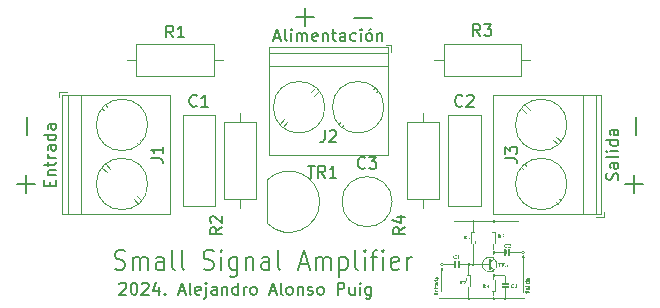
<source format=gbr>
%TF.GenerationSoftware,KiCad,Pcbnew,7.0.9*%
%TF.CreationDate,2024-05-08T14:26:35+02:00*%
%TF.ProjectId,Amplificador de baja se_al,416d706c-6966-4696-9361-646f72206465,rev?*%
%TF.SameCoordinates,Original*%
%TF.FileFunction,Legend,Top*%
%TF.FilePolarity,Positive*%
%FSLAX46Y46*%
G04 Gerber Fmt 4.6, Leading zero omitted, Abs format (unit mm)*
G04 Created by KiCad (PCBNEW 7.0.9) date 2024-05-08 14:26:35*
%MOMM*%
%LPD*%
G01*
G04 APERTURE LIST*
%ADD10C,0.150000*%
%ADD11C,0.200000*%
%ADD12C,0.120000*%
G04 APERTURE END LIST*
D10*
X108289160Y-89465057D02*
X108336779Y-89417438D01*
X108336779Y-89417438D02*
X108432017Y-89369819D01*
X108432017Y-89369819D02*
X108670112Y-89369819D01*
X108670112Y-89369819D02*
X108765350Y-89417438D01*
X108765350Y-89417438D02*
X108812969Y-89465057D01*
X108812969Y-89465057D02*
X108860588Y-89560295D01*
X108860588Y-89560295D02*
X108860588Y-89655533D01*
X108860588Y-89655533D02*
X108812969Y-89798390D01*
X108812969Y-89798390D02*
X108241541Y-90369819D01*
X108241541Y-90369819D02*
X108860588Y-90369819D01*
X109479636Y-89369819D02*
X109574874Y-89369819D01*
X109574874Y-89369819D02*
X109670112Y-89417438D01*
X109670112Y-89417438D02*
X109717731Y-89465057D01*
X109717731Y-89465057D02*
X109765350Y-89560295D01*
X109765350Y-89560295D02*
X109812969Y-89750771D01*
X109812969Y-89750771D02*
X109812969Y-89988866D01*
X109812969Y-89988866D02*
X109765350Y-90179342D01*
X109765350Y-90179342D02*
X109717731Y-90274580D01*
X109717731Y-90274580D02*
X109670112Y-90322200D01*
X109670112Y-90322200D02*
X109574874Y-90369819D01*
X109574874Y-90369819D02*
X109479636Y-90369819D01*
X109479636Y-90369819D02*
X109384398Y-90322200D01*
X109384398Y-90322200D02*
X109336779Y-90274580D01*
X109336779Y-90274580D02*
X109289160Y-90179342D01*
X109289160Y-90179342D02*
X109241541Y-89988866D01*
X109241541Y-89988866D02*
X109241541Y-89750771D01*
X109241541Y-89750771D02*
X109289160Y-89560295D01*
X109289160Y-89560295D02*
X109336779Y-89465057D01*
X109336779Y-89465057D02*
X109384398Y-89417438D01*
X109384398Y-89417438D02*
X109479636Y-89369819D01*
X110193922Y-89465057D02*
X110241541Y-89417438D01*
X110241541Y-89417438D02*
X110336779Y-89369819D01*
X110336779Y-89369819D02*
X110574874Y-89369819D01*
X110574874Y-89369819D02*
X110670112Y-89417438D01*
X110670112Y-89417438D02*
X110717731Y-89465057D01*
X110717731Y-89465057D02*
X110765350Y-89560295D01*
X110765350Y-89560295D02*
X110765350Y-89655533D01*
X110765350Y-89655533D02*
X110717731Y-89798390D01*
X110717731Y-89798390D02*
X110146303Y-90369819D01*
X110146303Y-90369819D02*
X110765350Y-90369819D01*
X111622493Y-89703152D02*
X111622493Y-90369819D01*
X111384398Y-89322200D02*
X111146303Y-90036485D01*
X111146303Y-90036485D02*
X111765350Y-90036485D01*
X112146303Y-90274580D02*
X112193922Y-90322200D01*
X112193922Y-90322200D02*
X112146303Y-90369819D01*
X112146303Y-90369819D02*
X112098684Y-90322200D01*
X112098684Y-90322200D02*
X112146303Y-90274580D01*
X112146303Y-90274580D02*
X112146303Y-90369819D01*
X113336779Y-90084104D02*
X113812969Y-90084104D01*
X113241541Y-90369819D02*
X113574874Y-89369819D01*
X113574874Y-89369819D02*
X113908207Y-90369819D01*
X114384398Y-90369819D02*
X114289160Y-90322200D01*
X114289160Y-90322200D02*
X114241541Y-90226961D01*
X114241541Y-90226961D02*
X114241541Y-89369819D01*
X115146303Y-90322200D02*
X115051065Y-90369819D01*
X115051065Y-90369819D02*
X114860589Y-90369819D01*
X114860589Y-90369819D02*
X114765351Y-90322200D01*
X114765351Y-90322200D02*
X114717732Y-90226961D01*
X114717732Y-90226961D02*
X114717732Y-89846009D01*
X114717732Y-89846009D02*
X114765351Y-89750771D01*
X114765351Y-89750771D02*
X114860589Y-89703152D01*
X114860589Y-89703152D02*
X115051065Y-89703152D01*
X115051065Y-89703152D02*
X115146303Y-89750771D01*
X115146303Y-89750771D02*
X115193922Y-89846009D01*
X115193922Y-89846009D02*
X115193922Y-89941247D01*
X115193922Y-89941247D02*
X114717732Y-90036485D01*
X115622494Y-89703152D02*
X115622494Y-90560295D01*
X115622494Y-90560295D02*
X115574875Y-90655533D01*
X115574875Y-90655533D02*
X115479637Y-90703152D01*
X115479637Y-90703152D02*
X115432018Y-90703152D01*
X115622494Y-89369819D02*
X115574875Y-89417438D01*
X115574875Y-89417438D02*
X115622494Y-89465057D01*
X115622494Y-89465057D02*
X115670113Y-89417438D01*
X115670113Y-89417438D02*
X115622494Y-89369819D01*
X115622494Y-89369819D02*
X115622494Y-89465057D01*
X116527255Y-90369819D02*
X116527255Y-89846009D01*
X116527255Y-89846009D02*
X116479636Y-89750771D01*
X116479636Y-89750771D02*
X116384398Y-89703152D01*
X116384398Y-89703152D02*
X116193922Y-89703152D01*
X116193922Y-89703152D02*
X116098684Y-89750771D01*
X116527255Y-90322200D02*
X116432017Y-90369819D01*
X116432017Y-90369819D02*
X116193922Y-90369819D01*
X116193922Y-90369819D02*
X116098684Y-90322200D01*
X116098684Y-90322200D02*
X116051065Y-90226961D01*
X116051065Y-90226961D02*
X116051065Y-90131723D01*
X116051065Y-90131723D02*
X116098684Y-90036485D01*
X116098684Y-90036485D02*
X116193922Y-89988866D01*
X116193922Y-89988866D02*
X116432017Y-89988866D01*
X116432017Y-89988866D02*
X116527255Y-89941247D01*
X117003446Y-89703152D02*
X117003446Y-90369819D01*
X117003446Y-89798390D02*
X117051065Y-89750771D01*
X117051065Y-89750771D02*
X117146303Y-89703152D01*
X117146303Y-89703152D02*
X117289160Y-89703152D01*
X117289160Y-89703152D02*
X117384398Y-89750771D01*
X117384398Y-89750771D02*
X117432017Y-89846009D01*
X117432017Y-89846009D02*
X117432017Y-90369819D01*
X118336779Y-90369819D02*
X118336779Y-89369819D01*
X118336779Y-90322200D02*
X118241541Y-90369819D01*
X118241541Y-90369819D02*
X118051065Y-90369819D01*
X118051065Y-90369819D02*
X117955827Y-90322200D01*
X117955827Y-90322200D02*
X117908208Y-90274580D01*
X117908208Y-90274580D02*
X117860589Y-90179342D01*
X117860589Y-90179342D02*
X117860589Y-89893628D01*
X117860589Y-89893628D02*
X117908208Y-89798390D01*
X117908208Y-89798390D02*
X117955827Y-89750771D01*
X117955827Y-89750771D02*
X118051065Y-89703152D01*
X118051065Y-89703152D02*
X118241541Y-89703152D01*
X118241541Y-89703152D02*
X118336779Y-89750771D01*
X118812970Y-90369819D02*
X118812970Y-89703152D01*
X118812970Y-89893628D02*
X118860589Y-89798390D01*
X118860589Y-89798390D02*
X118908208Y-89750771D01*
X118908208Y-89750771D02*
X119003446Y-89703152D01*
X119003446Y-89703152D02*
X119098684Y-89703152D01*
X119574875Y-90369819D02*
X119479637Y-90322200D01*
X119479637Y-90322200D02*
X119432018Y-90274580D01*
X119432018Y-90274580D02*
X119384399Y-90179342D01*
X119384399Y-90179342D02*
X119384399Y-89893628D01*
X119384399Y-89893628D02*
X119432018Y-89798390D01*
X119432018Y-89798390D02*
X119479637Y-89750771D01*
X119479637Y-89750771D02*
X119574875Y-89703152D01*
X119574875Y-89703152D02*
X119717732Y-89703152D01*
X119717732Y-89703152D02*
X119812970Y-89750771D01*
X119812970Y-89750771D02*
X119860589Y-89798390D01*
X119860589Y-89798390D02*
X119908208Y-89893628D01*
X119908208Y-89893628D02*
X119908208Y-90179342D01*
X119908208Y-90179342D02*
X119860589Y-90274580D01*
X119860589Y-90274580D02*
X119812970Y-90322200D01*
X119812970Y-90322200D02*
X119717732Y-90369819D01*
X119717732Y-90369819D02*
X119574875Y-90369819D01*
X121051066Y-90084104D02*
X121527256Y-90084104D01*
X120955828Y-90369819D02*
X121289161Y-89369819D01*
X121289161Y-89369819D02*
X121622494Y-90369819D01*
X122098685Y-90369819D02*
X122003447Y-90322200D01*
X122003447Y-90322200D02*
X121955828Y-90226961D01*
X121955828Y-90226961D02*
X121955828Y-89369819D01*
X122622495Y-90369819D02*
X122527257Y-90322200D01*
X122527257Y-90322200D02*
X122479638Y-90274580D01*
X122479638Y-90274580D02*
X122432019Y-90179342D01*
X122432019Y-90179342D02*
X122432019Y-89893628D01*
X122432019Y-89893628D02*
X122479638Y-89798390D01*
X122479638Y-89798390D02*
X122527257Y-89750771D01*
X122527257Y-89750771D02*
X122622495Y-89703152D01*
X122622495Y-89703152D02*
X122765352Y-89703152D01*
X122765352Y-89703152D02*
X122860590Y-89750771D01*
X122860590Y-89750771D02*
X122908209Y-89798390D01*
X122908209Y-89798390D02*
X122955828Y-89893628D01*
X122955828Y-89893628D02*
X122955828Y-90179342D01*
X122955828Y-90179342D02*
X122908209Y-90274580D01*
X122908209Y-90274580D02*
X122860590Y-90322200D01*
X122860590Y-90322200D02*
X122765352Y-90369819D01*
X122765352Y-90369819D02*
X122622495Y-90369819D01*
X123384400Y-89703152D02*
X123384400Y-90369819D01*
X123384400Y-89798390D02*
X123432019Y-89750771D01*
X123432019Y-89750771D02*
X123527257Y-89703152D01*
X123527257Y-89703152D02*
X123670114Y-89703152D01*
X123670114Y-89703152D02*
X123765352Y-89750771D01*
X123765352Y-89750771D02*
X123812971Y-89846009D01*
X123812971Y-89846009D02*
X123812971Y-90369819D01*
X124241543Y-90322200D02*
X124336781Y-90369819D01*
X124336781Y-90369819D02*
X124527257Y-90369819D01*
X124527257Y-90369819D02*
X124622495Y-90322200D01*
X124622495Y-90322200D02*
X124670114Y-90226961D01*
X124670114Y-90226961D02*
X124670114Y-90179342D01*
X124670114Y-90179342D02*
X124622495Y-90084104D01*
X124622495Y-90084104D02*
X124527257Y-90036485D01*
X124527257Y-90036485D02*
X124384400Y-90036485D01*
X124384400Y-90036485D02*
X124289162Y-89988866D01*
X124289162Y-89988866D02*
X124241543Y-89893628D01*
X124241543Y-89893628D02*
X124241543Y-89846009D01*
X124241543Y-89846009D02*
X124289162Y-89750771D01*
X124289162Y-89750771D02*
X124384400Y-89703152D01*
X124384400Y-89703152D02*
X124527257Y-89703152D01*
X124527257Y-89703152D02*
X124622495Y-89750771D01*
X125241543Y-90369819D02*
X125146305Y-90322200D01*
X125146305Y-90322200D02*
X125098686Y-90274580D01*
X125098686Y-90274580D02*
X125051067Y-90179342D01*
X125051067Y-90179342D02*
X125051067Y-89893628D01*
X125051067Y-89893628D02*
X125098686Y-89798390D01*
X125098686Y-89798390D02*
X125146305Y-89750771D01*
X125146305Y-89750771D02*
X125241543Y-89703152D01*
X125241543Y-89703152D02*
X125384400Y-89703152D01*
X125384400Y-89703152D02*
X125479638Y-89750771D01*
X125479638Y-89750771D02*
X125527257Y-89798390D01*
X125527257Y-89798390D02*
X125574876Y-89893628D01*
X125574876Y-89893628D02*
X125574876Y-90179342D01*
X125574876Y-90179342D02*
X125527257Y-90274580D01*
X125527257Y-90274580D02*
X125479638Y-90322200D01*
X125479638Y-90322200D02*
X125384400Y-90369819D01*
X125384400Y-90369819D02*
X125241543Y-90369819D01*
X126765353Y-90369819D02*
X126765353Y-89369819D01*
X126765353Y-89369819D02*
X127146305Y-89369819D01*
X127146305Y-89369819D02*
X127241543Y-89417438D01*
X127241543Y-89417438D02*
X127289162Y-89465057D01*
X127289162Y-89465057D02*
X127336781Y-89560295D01*
X127336781Y-89560295D02*
X127336781Y-89703152D01*
X127336781Y-89703152D02*
X127289162Y-89798390D01*
X127289162Y-89798390D02*
X127241543Y-89846009D01*
X127241543Y-89846009D02*
X127146305Y-89893628D01*
X127146305Y-89893628D02*
X126765353Y-89893628D01*
X128193924Y-89703152D02*
X128193924Y-90369819D01*
X127765353Y-89703152D02*
X127765353Y-90226961D01*
X127765353Y-90226961D02*
X127812972Y-90322200D01*
X127812972Y-90322200D02*
X127908210Y-90369819D01*
X127908210Y-90369819D02*
X128051067Y-90369819D01*
X128051067Y-90369819D02*
X128146305Y-90322200D01*
X128146305Y-90322200D02*
X128193924Y-90274580D01*
X128670115Y-90369819D02*
X128670115Y-89703152D01*
X128670115Y-89369819D02*
X128622496Y-89417438D01*
X128622496Y-89417438D02*
X128670115Y-89465057D01*
X128670115Y-89465057D02*
X128717734Y-89417438D01*
X128717734Y-89417438D02*
X128670115Y-89369819D01*
X128670115Y-89369819D02*
X128670115Y-89465057D01*
X129574876Y-89703152D02*
X129574876Y-90512676D01*
X129574876Y-90512676D02*
X129527257Y-90607914D01*
X129527257Y-90607914D02*
X129479638Y-90655533D01*
X129479638Y-90655533D02*
X129384400Y-90703152D01*
X129384400Y-90703152D02*
X129241543Y-90703152D01*
X129241543Y-90703152D02*
X129146305Y-90655533D01*
X129574876Y-90322200D02*
X129479638Y-90369819D01*
X129479638Y-90369819D02*
X129289162Y-90369819D01*
X129289162Y-90369819D02*
X129193924Y-90322200D01*
X129193924Y-90322200D02*
X129146305Y-90274580D01*
X129146305Y-90274580D02*
X129098686Y-90179342D01*
X129098686Y-90179342D02*
X129098686Y-89893628D01*
X129098686Y-89893628D02*
X129146305Y-89798390D01*
X129146305Y-89798390D02*
X129193924Y-89750771D01*
X129193924Y-89750771D02*
X129289162Y-89703152D01*
X129289162Y-89703152D02*
X129479638Y-89703152D01*
X129479638Y-89703152D02*
X129574876Y-89750771D01*
D11*
X107917292Y-88200601D02*
X108131578Y-88281553D01*
X108131578Y-88281553D02*
X108488720Y-88281553D01*
X108488720Y-88281553D02*
X108631578Y-88200601D01*
X108631578Y-88200601D02*
X108703006Y-88119648D01*
X108703006Y-88119648D02*
X108774435Y-87957743D01*
X108774435Y-87957743D02*
X108774435Y-87795839D01*
X108774435Y-87795839D02*
X108703006Y-87633934D01*
X108703006Y-87633934D02*
X108631578Y-87552981D01*
X108631578Y-87552981D02*
X108488720Y-87472029D01*
X108488720Y-87472029D02*
X108203006Y-87391077D01*
X108203006Y-87391077D02*
X108060149Y-87310124D01*
X108060149Y-87310124D02*
X107988720Y-87229172D01*
X107988720Y-87229172D02*
X107917292Y-87067267D01*
X107917292Y-87067267D02*
X107917292Y-86905362D01*
X107917292Y-86905362D02*
X107988720Y-86743458D01*
X107988720Y-86743458D02*
X108060149Y-86662505D01*
X108060149Y-86662505D02*
X108203006Y-86581553D01*
X108203006Y-86581553D02*
X108560149Y-86581553D01*
X108560149Y-86581553D02*
X108774435Y-86662505D01*
X109417291Y-88281553D02*
X109417291Y-87148220D01*
X109417291Y-87310124D02*
X109488720Y-87229172D01*
X109488720Y-87229172D02*
X109631577Y-87148220D01*
X109631577Y-87148220D02*
X109845863Y-87148220D01*
X109845863Y-87148220D02*
X109988720Y-87229172D01*
X109988720Y-87229172D02*
X110060149Y-87391077D01*
X110060149Y-87391077D02*
X110060149Y-88281553D01*
X110060149Y-87391077D02*
X110131577Y-87229172D01*
X110131577Y-87229172D02*
X110274434Y-87148220D01*
X110274434Y-87148220D02*
X110488720Y-87148220D01*
X110488720Y-87148220D02*
X110631577Y-87229172D01*
X110631577Y-87229172D02*
X110703006Y-87391077D01*
X110703006Y-87391077D02*
X110703006Y-88281553D01*
X112060149Y-88281553D02*
X112060149Y-87391077D01*
X112060149Y-87391077D02*
X111988720Y-87229172D01*
X111988720Y-87229172D02*
X111845863Y-87148220D01*
X111845863Y-87148220D02*
X111560149Y-87148220D01*
X111560149Y-87148220D02*
X111417291Y-87229172D01*
X112060149Y-88200601D02*
X111917291Y-88281553D01*
X111917291Y-88281553D02*
X111560149Y-88281553D01*
X111560149Y-88281553D02*
X111417291Y-88200601D01*
X111417291Y-88200601D02*
X111345863Y-88038696D01*
X111345863Y-88038696D02*
X111345863Y-87876791D01*
X111345863Y-87876791D02*
X111417291Y-87714886D01*
X111417291Y-87714886D02*
X111560149Y-87633934D01*
X111560149Y-87633934D02*
X111917291Y-87633934D01*
X111917291Y-87633934D02*
X112060149Y-87552981D01*
X112988720Y-88281553D02*
X112845863Y-88200601D01*
X112845863Y-88200601D02*
X112774434Y-88038696D01*
X112774434Y-88038696D02*
X112774434Y-86581553D01*
X113774434Y-88281553D02*
X113631577Y-88200601D01*
X113631577Y-88200601D02*
X113560148Y-88038696D01*
X113560148Y-88038696D02*
X113560148Y-86581553D01*
X115417291Y-88200601D02*
X115631577Y-88281553D01*
X115631577Y-88281553D02*
X115988719Y-88281553D01*
X115988719Y-88281553D02*
X116131577Y-88200601D01*
X116131577Y-88200601D02*
X116203005Y-88119648D01*
X116203005Y-88119648D02*
X116274434Y-87957743D01*
X116274434Y-87957743D02*
X116274434Y-87795839D01*
X116274434Y-87795839D02*
X116203005Y-87633934D01*
X116203005Y-87633934D02*
X116131577Y-87552981D01*
X116131577Y-87552981D02*
X115988719Y-87472029D01*
X115988719Y-87472029D02*
X115703005Y-87391077D01*
X115703005Y-87391077D02*
X115560148Y-87310124D01*
X115560148Y-87310124D02*
X115488719Y-87229172D01*
X115488719Y-87229172D02*
X115417291Y-87067267D01*
X115417291Y-87067267D02*
X115417291Y-86905362D01*
X115417291Y-86905362D02*
X115488719Y-86743458D01*
X115488719Y-86743458D02*
X115560148Y-86662505D01*
X115560148Y-86662505D02*
X115703005Y-86581553D01*
X115703005Y-86581553D02*
X116060148Y-86581553D01*
X116060148Y-86581553D02*
X116274434Y-86662505D01*
X116917290Y-88281553D02*
X116917290Y-87148220D01*
X116917290Y-86581553D02*
X116845862Y-86662505D01*
X116845862Y-86662505D02*
X116917290Y-86743458D01*
X116917290Y-86743458D02*
X116988719Y-86662505D01*
X116988719Y-86662505D02*
X116917290Y-86581553D01*
X116917290Y-86581553D02*
X116917290Y-86743458D01*
X118274434Y-87148220D02*
X118274434Y-88524410D01*
X118274434Y-88524410D02*
X118203005Y-88686315D01*
X118203005Y-88686315D02*
X118131576Y-88767267D01*
X118131576Y-88767267D02*
X117988719Y-88848220D01*
X117988719Y-88848220D02*
X117774434Y-88848220D01*
X117774434Y-88848220D02*
X117631576Y-88767267D01*
X118274434Y-88200601D02*
X118131576Y-88281553D01*
X118131576Y-88281553D02*
X117845862Y-88281553D01*
X117845862Y-88281553D02*
X117703005Y-88200601D01*
X117703005Y-88200601D02*
X117631576Y-88119648D01*
X117631576Y-88119648D02*
X117560148Y-87957743D01*
X117560148Y-87957743D02*
X117560148Y-87472029D01*
X117560148Y-87472029D02*
X117631576Y-87310124D01*
X117631576Y-87310124D02*
X117703005Y-87229172D01*
X117703005Y-87229172D02*
X117845862Y-87148220D01*
X117845862Y-87148220D02*
X118131576Y-87148220D01*
X118131576Y-87148220D02*
X118274434Y-87229172D01*
X118988719Y-87148220D02*
X118988719Y-88281553D01*
X118988719Y-87310124D02*
X119060148Y-87229172D01*
X119060148Y-87229172D02*
X119203005Y-87148220D01*
X119203005Y-87148220D02*
X119417291Y-87148220D01*
X119417291Y-87148220D02*
X119560148Y-87229172D01*
X119560148Y-87229172D02*
X119631577Y-87391077D01*
X119631577Y-87391077D02*
X119631577Y-88281553D01*
X120988720Y-88281553D02*
X120988720Y-87391077D01*
X120988720Y-87391077D02*
X120917291Y-87229172D01*
X120917291Y-87229172D02*
X120774434Y-87148220D01*
X120774434Y-87148220D02*
X120488720Y-87148220D01*
X120488720Y-87148220D02*
X120345862Y-87229172D01*
X120988720Y-88200601D02*
X120845862Y-88281553D01*
X120845862Y-88281553D02*
X120488720Y-88281553D01*
X120488720Y-88281553D02*
X120345862Y-88200601D01*
X120345862Y-88200601D02*
X120274434Y-88038696D01*
X120274434Y-88038696D02*
X120274434Y-87876791D01*
X120274434Y-87876791D02*
X120345862Y-87714886D01*
X120345862Y-87714886D02*
X120488720Y-87633934D01*
X120488720Y-87633934D02*
X120845862Y-87633934D01*
X120845862Y-87633934D02*
X120988720Y-87552981D01*
X121917291Y-88281553D02*
X121774434Y-88200601D01*
X121774434Y-88200601D02*
X121703005Y-88038696D01*
X121703005Y-88038696D02*
X121703005Y-86581553D01*
X123560148Y-87795839D02*
X124274434Y-87795839D01*
X123417291Y-88281553D02*
X123917291Y-86581553D01*
X123917291Y-86581553D02*
X124417291Y-88281553D01*
X124917290Y-88281553D02*
X124917290Y-87148220D01*
X124917290Y-87310124D02*
X124988719Y-87229172D01*
X124988719Y-87229172D02*
X125131576Y-87148220D01*
X125131576Y-87148220D02*
X125345862Y-87148220D01*
X125345862Y-87148220D02*
X125488719Y-87229172D01*
X125488719Y-87229172D02*
X125560148Y-87391077D01*
X125560148Y-87391077D02*
X125560148Y-88281553D01*
X125560148Y-87391077D02*
X125631576Y-87229172D01*
X125631576Y-87229172D02*
X125774433Y-87148220D01*
X125774433Y-87148220D02*
X125988719Y-87148220D01*
X125988719Y-87148220D02*
X126131576Y-87229172D01*
X126131576Y-87229172D02*
X126203005Y-87391077D01*
X126203005Y-87391077D02*
X126203005Y-88281553D01*
X126917290Y-87148220D02*
X126917290Y-88848220D01*
X126917290Y-87229172D02*
X127060148Y-87148220D01*
X127060148Y-87148220D02*
X127345862Y-87148220D01*
X127345862Y-87148220D02*
X127488719Y-87229172D01*
X127488719Y-87229172D02*
X127560148Y-87310124D01*
X127560148Y-87310124D02*
X127631576Y-87472029D01*
X127631576Y-87472029D02*
X127631576Y-87957743D01*
X127631576Y-87957743D02*
X127560148Y-88119648D01*
X127560148Y-88119648D02*
X127488719Y-88200601D01*
X127488719Y-88200601D02*
X127345862Y-88281553D01*
X127345862Y-88281553D02*
X127060148Y-88281553D01*
X127060148Y-88281553D02*
X126917290Y-88200601D01*
X128488719Y-88281553D02*
X128345862Y-88200601D01*
X128345862Y-88200601D02*
X128274433Y-88038696D01*
X128274433Y-88038696D02*
X128274433Y-86581553D01*
X129060147Y-88281553D02*
X129060147Y-87148220D01*
X129060147Y-86581553D02*
X128988719Y-86662505D01*
X128988719Y-86662505D02*
X129060147Y-86743458D01*
X129060147Y-86743458D02*
X129131576Y-86662505D01*
X129131576Y-86662505D02*
X129060147Y-86581553D01*
X129060147Y-86581553D02*
X129060147Y-86743458D01*
X129560148Y-87148220D02*
X130131576Y-87148220D01*
X129774433Y-88281553D02*
X129774433Y-86824410D01*
X129774433Y-86824410D02*
X129845862Y-86662505D01*
X129845862Y-86662505D02*
X129988719Y-86581553D01*
X129988719Y-86581553D02*
X130131576Y-86581553D01*
X130631576Y-88281553D02*
X130631576Y-87148220D01*
X130631576Y-86581553D02*
X130560148Y-86662505D01*
X130560148Y-86662505D02*
X130631576Y-86743458D01*
X130631576Y-86743458D02*
X130703005Y-86662505D01*
X130703005Y-86662505D02*
X130631576Y-86581553D01*
X130631576Y-86581553D02*
X130631576Y-86743458D01*
X131917291Y-88200601D02*
X131774434Y-88281553D01*
X131774434Y-88281553D02*
X131488720Y-88281553D01*
X131488720Y-88281553D02*
X131345862Y-88200601D01*
X131345862Y-88200601D02*
X131274434Y-88038696D01*
X131274434Y-88038696D02*
X131274434Y-87391077D01*
X131274434Y-87391077D02*
X131345862Y-87229172D01*
X131345862Y-87229172D02*
X131488720Y-87148220D01*
X131488720Y-87148220D02*
X131774434Y-87148220D01*
X131774434Y-87148220D02*
X131917291Y-87229172D01*
X131917291Y-87229172D02*
X131988720Y-87391077D01*
X131988720Y-87391077D02*
X131988720Y-87552981D01*
X131988720Y-87552981D02*
X131274434Y-87714886D01*
X132631576Y-88281553D02*
X132631576Y-87148220D01*
X132631576Y-87472029D02*
X132703005Y-87310124D01*
X132703005Y-87310124D02*
X132774434Y-87229172D01*
X132774434Y-87229172D02*
X132917291Y-87148220D01*
X132917291Y-87148220D02*
X133060148Y-87148220D01*
X128107768Y-66982933D02*
X129631578Y-66982933D01*
X124017066Y-66107768D02*
X124017066Y-67631578D01*
X123255161Y-66869673D02*
X124778971Y-66869673D01*
X151982933Y-76892231D02*
X151982933Y-75368422D01*
X151107768Y-80982933D02*
X152631578Y-80982933D01*
X151869673Y-81744838D02*
X151869673Y-80221028D01*
X99607768Y-80982933D02*
X101131578Y-80982933D01*
X100369673Y-81744838D02*
X100369673Y-80221028D01*
X100482933Y-76892231D02*
X100482933Y-75368422D01*
D10*
X129083333Y-79609580D02*
X129035714Y-79657200D01*
X129035714Y-79657200D02*
X128892857Y-79704819D01*
X128892857Y-79704819D02*
X128797619Y-79704819D01*
X128797619Y-79704819D02*
X128654762Y-79657200D01*
X128654762Y-79657200D02*
X128559524Y-79561961D01*
X128559524Y-79561961D02*
X128511905Y-79466723D01*
X128511905Y-79466723D02*
X128464286Y-79276247D01*
X128464286Y-79276247D02*
X128464286Y-79133390D01*
X128464286Y-79133390D02*
X128511905Y-78942914D01*
X128511905Y-78942914D02*
X128559524Y-78847676D01*
X128559524Y-78847676D02*
X128654762Y-78752438D01*
X128654762Y-78752438D02*
X128797619Y-78704819D01*
X128797619Y-78704819D02*
X128892857Y-78704819D01*
X128892857Y-78704819D02*
X129035714Y-78752438D01*
X129035714Y-78752438D02*
X129083333Y-78800057D01*
X129416667Y-78704819D02*
X130035714Y-78704819D01*
X130035714Y-78704819D02*
X129702381Y-79085771D01*
X129702381Y-79085771D02*
X129845238Y-79085771D01*
X129845238Y-79085771D02*
X129940476Y-79133390D01*
X129940476Y-79133390D02*
X129988095Y-79181009D01*
X129988095Y-79181009D02*
X130035714Y-79276247D01*
X130035714Y-79276247D02*
X130035714Y-79514342D01*
X130035714Y-79514342D02*
X129988095Y-79609580D01*
X129988095Y-79609580D02*
X129940476Y-79657200D01*
X129940476Y-79657200D02*
X129845238Y-79704819D01*
X129845238Y-79704819D02*
X129559524Y-79704819D01*
X129559524Y-79704819D02*
X129464286Y-79657200D01*
X129464286Y-79657200D02*
X129416667Y-79609580D01*
X125666666Y-76454819D02*
X125666666Y-77169104D01*
X125666666Y-77169104D02*
X125619047Y-77311961D01*
X125619047Y-77311961D02*
X125523809Y-77407200D01*
X125523809Y-77407200D02*
X125380952Y-77454819D01*
X125380952Y-77454819D02*
X125285714Y-77454819D01*
X126095238Y-76550057D02*
X126142857Y-76502438D01*
X126142857Y-76502438D02*
X126238095Y-76454819D01*
X126238095Y-76454819D02*
X126476190Y-76454819D01*
X126476190Y-76454819D02*
X126571428Y-76502438D01*
X126571428Y-76502438D02*
X126619047Y-76550057D01*
X126619047Y-76550057D02*
X126666666Y-76645295D01*
X126666666Y-76645295D02*
X126666666Y-76740533D01*
X126666666Y-76740533D02*
X126619047Y-76883390D01*
X126619047Y-76883390D02*
X126047619Y-77454819D01*
X126047619Y-77454819D02*
X126666666Y-77454819D01*
X121404762Y-68609104D02*
X121880952Y-68609104D01*
X121309524Y-68894819D02*
X121642857Y-67894819D01*
X121642857Y-67894819D02*
X121976190Y-68894819D01*
X122452381Y-68894819D02*
X122357143Y-68847200D01*
X122357143Y-68847200D02*
X122309524Y-68751961D01*
X122309524Y-68751961D02*
X122309524Y-67894819D01*
X122833334Y-68894819D02*
X122833334Y-68228152D01*
X122833334Y-67894819D02*
X122785715Y-67942438D01*
X122785715Y-67942438D02*
X122833334Y-67990057D01*
X122833334Y-67990057D02*
X122880953Y-67942438D01*
X122880953Y-67942438D02*
X122833334Y-67894819D01*
X122833334Y-67894819D02*
X122833334Y-67990057D01*
X123309524Y-68894819D02*
X123309524Y-68228152D01*
X123309524Y-68323390D02*
X123357143Y-68275771D01*
X123357143Y-68275771D02*
X123452381Y-68228152D01*
X123452381Y-68228152D02*
X123595238Y-68228152D01*
X123595238Y-68228152D02*
X123690476Y-68275771D01*
X123690476Y-68275771D02*
X123738095Y-68371009D01*
X123738095Y-68371009D02*
X123738095Y-68894819D01*
X123738095Y-68371009D02*
X123785714Y-68275771D01*
X123785714Y-68275771D02*
X123880952Y-68228152D01*
X123880952Y-68228152D02*
X124023809Y-68228152D01*
X124023809Y-68228152D02*
X124119048Y-68275771D01*
X124119048Y-68275771D02*
X124166667Y-68371009D01*
X124166667Y-68371009D02*
X124166667Y-68894819D01*
X125023809Y-68847200D02*
X124928571Y-68894819D01*
X124928571Y-68894819D02*
X124738095Y-68894819D01*
X124738095Y-68894819D02*
X124642857Y-68847200D01*
X124642857Y-68847200D02*
X124595238Y-68751961D01*
X124595238Y-68751961D02*
X124595238Y-68371009D01*
X124595238Y-68371009D02*
X124642857Y-68275771D01*
X124642857Y-68275771D02*
X124738095Y-68228152D01*
X124738095Y-68228152D02*
X124928571Y-68228152D01*
X124928571Y-68228152D02*
X125023809Y-68275771D01*
X125023809Y-68275771D02*
X125071428Y-68371009D01*
X125071428Y-68371009D02*
X125071428Y-68466247D01*
X125071428Y-68466247D02*
X124595238Y-68561485D01*
X125500000Y-68228152D02*
X125500000Y-68894819D01*
X125500000Y-68323390D02*
X125547619Y-68275771D01*
X125547619Y-68275771D02*
X125642857Y-68228152D01*
X125642857Y-68228152D02*
X125785714Y-68228152D01*
X125785714Y-68228152D02*
X125880952Y-68275771D01*
X125880952Y-68275771D02*
X125928571Y-68371009D01*
X125928571Y-68371009D02*
X125928571Y-68894819D01*
X126261905Y-68228152D02*
X126642857Y-68228152D01*
X126404762Y-67894819D02*
X126404762Y-68751961D01*
X126404762Y-68751961D02*
X126452381Y-68847200D01*
X126452381Y-68847200D02*
X126547619Y-68894819D01*
X126547619Y-68894819D02*
X126642857Y-68894819D01*
X127404762Y-68894819D02*
X127404762Y-68371009D01*
X127404762Y-68371009D02*
X127357143Y-68275771D01*
X127357143Y-68275771D02*
X127261905Y-68228152D01*
X127261905Y-68228152D02*
X127071429Y-68228152D01*
X127071429Y-68228152D02*
X126976191Y-68275771D01*
X127404762Y-68847200D02*
X127309524Y-68894819D01*
X127309524Y-68894819D02*
X127071429Y-68894819D01*
X127071429Y-68894819D02*
X126976191Y-68847200D01*
X126976191Y-68847200D02*
X126928572Y-68751961D01*
X126928572Y-68751961D02*
X126928572Y-68656723D01*
X126928572Y-68656723D02*
X126976191Y-68561485D01*
X126976191Y-68561485D02*
X127071429Y-68513866D01*
X127071429Y-68513866D02*
X127309524Y-68513866D01*
X127309524Y-68513866D02*
X127404762Y-68466247D01*
X128309524Y-68847200D02*
X128214286Y-68894819D01*
X128214286Y-68894819D02*
X128023810Y-68894819D01*
X128023810Y-68894819D02*
X127928572Y-68847200D01*
X127928572Y-68847200D02*
X127880953Y-68799580D01*
X127880953Y-68799580D02*
X127833334Y-68704342D01*
X127833334Y-68704342D02*
X127833334Y-68418628D01*
X127833334Y-68418628D02*
X127880953Y-68323390D01*
X127880953Y-68323390D02*
X127928572Y-68275771D01*
X127928572Y-68275771D02*
X128023810Y-68228152D01*
X128023810Y-68228152D02*
X128214286Y-68228152D01*
X128214286Y-68228152D02*
X128309524Y-68275771D01*
X128738096Y-68894819D02*
X128738096Y-68228152D01*
X128738096Y-67894819D02*
X128690477Y-67942438D01*
X128690477Y-67942438D02*
X128738096Y-67990057D01*
X128738096Y-67990057D02*
X128785715Y-67942438D01*
X128785715Y-67942438D02*
X128738096Y-67894819D01*
X128738096Y-67894819D02*
X128738096Y-67990057D01*
X129357143Y-68894819D02*
X129261905Y-68847200D01*
X129261905Y-68847200D02*
X129214286Y-68799580D01*
X129214286Y-68799580D02*
X129166667Y-68704342D01*
X129166667Y-68704342D02*
X129166667Y-68418628D01*
X129166667Y-68418628D02*
X129214286Y-68323390D01*
X129214286Y-68323390D02*
X129261905Y-68275771D01*
X129261905Y-68275771D02*
X129357143Y-68228152D01*
X129357143Y-68228152D02*
X129500000Y-68228152D01*
X129500000Y-68228152D02*
X129595238Y-68275771D01*
X129595238Y-68275771D02*
X129642857Y-68323390D01*
X129642857Y-68323390D02*
X129690476Y-68418628D01*
X129690476Y-68418628D02*
X129690476Y-68704342D01*
X129690476Y-68704342D02*
X129642857Y-68799580D01*
X129642857Y-68799580D02*
X129595238Y-68847200D01*
X129595238Y-68847200D02*
X129500000Y-68894819D01*
X129500000Y-68894819D02*
X129357143Y-68894819D01*
X129547619Y-67847200D02*
X129404762Y-67990057D01*
X130119048Y-68228152D02*
X130119048Y-68894819D01*
X130119048Y-68323390D02*
X130166667Y-68275771D01*
X130166667Y-68275771D02*
X130261905Y-68228152D01*
X130261905Y-68228152D02*
X130404762Y-68228152D01*
X130404762Y-68228152D02*
X130500000Y-68275771D01*
X130500000Y-68275771D02*
X130547619Y-68371009D01*
X130547619Y-68371009D02*
X130547619Y-68894819D01*
X110954819Y-78833333D02*
X111669104Y-78833333D01*
X111669104Y-78833333D02*
X111811961Y-78880952D01*
X111811961Y-78880952D02*
X111907200Y-78976190D01*
X111907200Y-78976190D02*
X111954819Y-79119047D01*
X111954819Y-79119047D02*
X111954819Y-79214285D01*
X111954819Y-77833333D02*
X111954819Y-78404761D01*
X111954819Y-78119047D02*
X110954819Y-78119047D01*
X110954819Y-78119047D02*
X111097676Y-78214285D01*
X111097676Y-78214285D02*
X111192914Y-78309523D01*
X111192914Y-78309523D02*
X111240533Y-78404761D01*
X102371009Y-81164047D02*
X102371009Y-80830714D01*
X102894819Y-80687857D02*
X102894819Y-81164047D01*
X102894819Y-81164047D02*
X101894819Y-81164047D01*
X101894819Y-81164047D02*
X101894819Y-80687857D01*
X102228152Y-80259285D02*
X102894819Y-80259285D01*
X102323390Y-80259285D02*
X102275771Y-80211666D01*
X102275771Y-80211666D02*
X102228152Y-80116428D01*
X102228152Y-80116428D02*
X102228152Y-79973571D01*
X102228152Y-79973571D02*
X102275771Y-79878333D01*
X102275771Y-79878333D02*
X102371009Y-79830714D01*
X102371009Y-79830714D02*
X102894819Y-79830714D01*
X102228152Y-79497380D02*
X102228152Y-79116428D01*
X101894819Y-79354523D02*
X102751961Y-79354523D01*
X102751961Y-79354523D02*
X102847200Y-79306904D01*
X102847200Y-79306904D02*
X102894819Y-79211666D01*
X102894819Y-79211666D02*
X102894819Y-79116428D01*
X102894819Y-78783094D02*
X102228152Y-78783094D01*
X102418628Y-78783094D02*
X102323390Y-78735475D01*
X102323390Y-78735475D02*
X102275771Y-78687856D01*
X102275771Y-78687856D02*
X102228152Y-78592618D01*
X102228152Y-78592618D02*
X102228152Y-78497380D01*
X102894819Y-77735475D02*
X102371009Y-77735475D01*
X102371009Y-77735475D02*
X102275771Y-77783094D01*
X102275771Y-77783094D02*
X102228152Y-77878332D01*
X102228152Y-77878332D02*
X102228152Y-78068808D01*
X102228152Y-78068808D02*
X102275771Y-78164046D01*
X102847200Y-77735475D02*
X102894819Y-77830713D01*
X102894819Y-77830713D02*
X102894819Y-78068808D01*
X102894819Y-78068808D02*
X102847200Y-78164046D01*
X102847200Y-78164046D02*
X102751961Y-78211665D01*
X102751961Y-78211665D02*
X102656723Y-78211665D01*
X102656723Y-78211665D02*
X102561485Y-78164046D01*
X102561485Y-78164046D02*
X102513866Y-78068808D01*
X102513866Y-78068808D02*
X102513866Y-77830713D01*
X102513866Y-77830713D02*
X102466247Y-77735475D01*
X102894819Y-76830713D02*
X101894819Y-76830713D01*
X102847200Y-76830713D02*
X102894819Y-76925951D01*
X102894819Y-76925951D02*
X102894819Y-77116427D01*
X102894819Y-77116427D02*
X102847200Y-77211665D01*
X102847200Y-77211665D02*
X102799580Y-77259284D01*
X102799580Y-77259284D02*
X102704342Y-77306903D01*
X102704342Y-77306903D02*
X102418628Y-77306903D01*
X102418628Y-77306903D02*
X102323390Y-77259284D01*
X102323390Y-77259284D02*
X102275771Y-77211665D01*
X102275771Y-77211665D02*
X102228152Y-77116427D01*
X102228152Y-77116427D02*
X102228152Y-76925951D01*
X102228152Y-76925951D02*
X102275771Y-76830713D01*
X102894819Y-75925951D02*
X102371009Y-75925951D01*
X102371009Y-75925951D02*
X102275771Y-75973570D01*
X102275771Y-75973570D02*
X102228152Y-76068808D01*
X102228152Y-76068808D02*
X102228152Y-76259284D01*
X102228152Y-76259284D02*
X102275771Y-76354522D01*
X102847200Y-75925951D02*
X102894819Y-76021189D01*
X102894819Y-76021189D02*
X102894819Y-76259284D01*
X102894819Y-76259284D02*
X102847200Y-76354522D01*
X102847200Y-76354522D02*
X102751961Y-76402141D01*
X102751961Y-76402141D02*
X102656723Y-76402141D01*
X102656723Y-76402141D02*
X102561485Y-76354522D01*
X102561485Y-76354522D02*
X102513866Y-76259284D01*
X102513866Y-76259284D02*
X102513866Y-76021189D01*
X102513866Y-76021189D02*
X102466247Y-75925951D01*
X140954819Y-78833333D02*
X141669104Y-78833333D01*
X141669104Y-78833333D02*
X141811961Y-78880952D01*
X141811961Y-78880952D02*
X141907200Y-78976190D01*
X141907200Y-78976190D02*
X141954819Y-79119047D01*
X141954819Y-79119047D02*
X141954819Y-79214285D01*
X140954819Y-78452380D02*
X140954819Y-77833333D01*
X140954819Y-77833333D02*
X141335771Y-78166666D01*
X141335771Y-78166666D02*
X141335771Y-78023809D01*
X141335771Y-78023809D02*
X141383390Y-77928571D01*
X141383390Y-77928571D02*
X141431009Y-77880952D01*
X141431009Y-77880952D02*
X141526247Y-77833333D01*
X141526247Y-77833333D02*
X141764342Y-77833333D01*
X141764342Y-77833333D02*
X141859580Y-77880952D01*
X141859580Y-77880952D02*
X141907200Y-77928571D01*
X141907200Y-77928571D02*
X141954819Y-78023809D01*
X141954819Y-78023809D02*
X141954819Y-78309523D01*
X141954819Y-78309523D02*
X141907200Y-78404761D01*
X141907200Y-78404761D02*
X141859580Y-78452380D01*
X150467200Y-80642856D02*
X150514819Y-80499999D01*
X150514819Y-80499999D02*
X150514819Y-80261904D01*
X150514819Y-80261904D02*
X150467200Y-80166666D01*
X150467200Y-80166666D02*
X150419580Y-80119047D01*
X150419580Y-80119047D02*
X150324342Y-80071428D01*
X150324342Y-80071428D02*
X150229104Y-80071428D01*
X150229104Y-80071428D02*
X150133866Y-80119047D01*
X150133866Y-80119047D02*
X150086247Y-80166666D01*
X150086247Y-80166666D02*
X150038628Y-80261904D01*
X150038628Y-80261904D02*
X149991009Y-80452380D01*
X149991009Y-80452380D02*
X149943390Y-80547618D01*
X149943390Y-80547618D02*
X149895771Y-80595237D01*
X149895771Y-80595237D02*
X149800533Y-80642856D01*
X149800533Y-80642856D02*
X149705295Y-80642856D01*
X149705295Y-80642856D02*
X149610057Y-80595237D01*
X149610057Y-80595237D02*
X149562438Y-80547618D01*
X149562438Y-80547618D02*
X149514819Y-80452380D01*
X149514819Y-80452380D02*
X149514819Y-80214285D01*
X149514819Y-80214285D02*
X149562438Y-80071428D01*
X150514819Y-79214285D02*
X149991009Y-79214285D01*
X149991009Y-79214285D02*
X149895771Y-79261904D01*
X149895771Y-79261904D02*
X149848152Y-79357142D01*
X149848152Y-79357142D02*
X149848152Y-79547618D01*
X149848152Y-79547618D02*
X149895771Y-79642856D01*
X150467200Y-79214285D02*
X150514819Y-79309523D01*
X150514819Y-79309523D02*
X150514819Y-79547618D01*
X150514819Y-79547618D02*
X150467200Y-79642856D01*
X150467200Y-79642856D02*
X150371961Y-79690475D01*
X150371961Y-79690475D02*
X150276723Y-79690475D01*
X150276723Y-79690475D02*
X150181485Y-79642856D01*
X150181485Y-79642856D02*
X150133866Y-79547618D01*
X150133866Y-79547618D02*
X150133866Y-79309523D01*
X150133866Y-79309523D02*
X150086247Y-79214285D01*
X150514819Y-78595237D02*
X150467200Y-78690475D01*
X150467200Y-78690475D02*
X150371961Y-78738094D01*
X150371961Y-78738094D02*
X149514819Y-78738094D01*
X150514819Y-78214284D02*
X149848152Y-78214284D01*
X149514819Y-78214284D02*
X149562438Y-78261903D01*
X149562438Y-78261903D02*
X149610057Y-78214284D01*
X149610057Y-78214284D02*
X149562438Y-78166665D01*
X149562438Y-78166665D02*
X149514819Y-78214284D01*
X149514819Y-78214284D02*
X149610057Y-78214284D01*
X150514819Y-77309523D02*
X149514819Y-77309523D01*
X150467200Y-77309523D02*
X150514819Y-77404761D01*
X150514819Y-77404761D02*
X150514819Y-77595237D01*
X150514819Y-77595237D02*
X150467200Y-77690475D01*
X150467200Y-77690475D02*
X150419580Y-77738094D01*
X150419580Y-77738094D02*
X150324342Y-77785713D01*
X150324342Y-77785713D02*
X150038628Y-77785713D01*
X150038628Y-77785713D02*
X149943390Y-77738094D01*
X149943390Y-77738094D02*
X149895771Y-77690475D01*
X149895771Y-77690475D02*
X149848152Y-77595237D01*
X149848152Y-77595237D02*
X149848152Y-77404761D01*
X149848152Y-77404761D02*
X149895771Y-77309523D01*
X150514819Y-76404761D02*
X149991009Y-76404761D01*
X149991009Y-76404761D02*
X149895771Y-76452380D01*
X149895771Y-76452380D02*
X149848152Y-76547618D01*
X149848152Y-76547618D02*
X149848152Y-76738094D01*
X149848152Y-76738094D02*
X149895771Y-76833332D01*
X150467200Y-76404761D02*
X150514819Y-76499999D01*
X150514819Y-76499999D02*
X150514819Y-76738094D01*
X150514819Y-76738094D02*
X150467200Y-76833332D01*
X150467200Y-76833332D02*
X150371961Y-76880951D01*
X150371961Y-76880951D02*
X150276723Y-76880951D01*
X150276723Y-76880951D02*
X150181485Y-76833332D01*
X150181485Y-76833332D02*
X150133866Y-76738094D01*
X150133866Y-76738094D02*
X150133866Y-76499999D01*
X150133866Y-76499999D02*
X150086247Y-76404761D01*
X114833333Y-74359580D02*
X114785714Y-74407200D01*
X114785714Y-74407200D02*
X114642857Y-74454819D01*
X114642857Y-74454819D02*
X114547619Y-74454819D01*
X114547619Y-74454819D02*
X114404762Y-74407200D01*
X114404762Y-74407200D02*
X114309524Y-74311961D01*
X114309524Y-74311961D02*
X114261905Y-74216723D01*
X114261905Y-74216723D02*
X114214286Y-74026247D01*
X114214286Y-74026247D02*
X114214286Y-73883390D01*
X114214286Y-73883390D02*
X114261905Y-73692914D01*
X114261905Y-73692914D02*
X114309524Y-73597676D01*
X114309524Y-73597676D02*
X114404762Y-73502438D01*
X114404762Y-73502438D02*
X114547619Y-73454819D01*
X114547619Y-73454819D02*
X114642857Y-73454819D01*
X114642857Y-73454819D02*
X114785714Y-73502438D01*
X114785714Y-73502438D02*
X114833333Y-73550057D01*
X115785714Y-74454819D02*
X115214286Y-74454819D01*
X115500000Y-74454819D02*
X115500000Y-73454819D01*
X115500000Y-73454819D02*
X115404762Y-73597676D01*
X115404762Y-73597676D02*
X115309524Y-73692914D01*
X115309524Y-73692914D02*
X115214286Y-73740533D01*
X132454819Y-84666666D02*
X131978628Y-84999999D01*
X132454819Y-85238094D02*
X131454819Y-85238094D01*
X131454819Y-85238094D02*
X131454819Y-84857142D01*
X131454819Y-84857142D02*
X131502438Y-84761904D01*
X131502438Y-84761904D02*
X131550057Y-84714285D01*
X131550057Y-84714285D02*
X131645295Y-84666666D01*
X131645295Y-84666666D02*
X131788152Y-84666666D01*
X131788152Y-84666666D02*
X131883390Y-84714285D01*
X131883390Y-84714285D02*
X131931009Y-84761904D01*
X131931009Y-84761904D02*
X131978628Y-84857142D01*
X131978628Y-84857142D02*
X131978628Y-85238094D01*
X131788152Y-83809523D02*
X132454819Y-83809523D01*
X131407200Y-84047618D02*
X132121485Y-84285713D01*
X132121485Y-84285713D02*
X132121485Y-83666666D01*
X112833333Y-68584819D02*
X112500000Y-68108628D01*
X112261905Y-68584819D02*
X112261905Y-67584819D01*
X112261905Y-67584819D02*
X112642857Y-67584819D01*
X112642857Y-67584819D02*
X112738095Y-67632438D01*
X112738095Y-67632438D02*
X112785714Y-67680057D01*
X112785714Y-67680057D02*
X112833333Y-67775295D01*
X112833333Y-67775295D02*
X112833333Y-67918152D01*
X112833333Y-67918152D02*
X112785714Y-68013390D01*
X112785714Y-68013390D02*
X112738095Y-68061009D01*
X112738095Y-68061009D02*
X112642857Y-68108628D01*
X112642857Y-68108628D02*
X112261905Y-68108628D01*
X113785714Y-68584819D02*
X113214286Y-68584819D01*
X113500000Y-68584819D02*
X113500000Y-67584819D01*
X113500000Y-67584819D02*
X113404762Y-67727676D01*
X113404762Y-67727676D02*
X113309524Y-67822914D01*
X113309524Y-67822914D02*
X113214286Y-67870533D01*
X124238095Y-79454819D02*
X124809523Y-79454819D01*
X124523809Y-80454819D02*
X124523809Y-79454819D01*
X125714285Y-80454819D02*
X125380952Y-79978628D01*
X125142857Y-80454819D02*
X125142857Y-79454819D01*
X125142857Y-79454819D02*
X125523809Y-79454819D01*
X125523809Y-79454819D02*
X125619047Y-79502438D01*
X125619047Y-79502438D02*
X125666666Y-79550057D01*
X125666666Y-79550057D02*
X125714285Y-79645295D01*
X125714285Y-79645295D02*
X125714285Y-79788152D01*
X125714285Y-79788152D02*
X125666666Y-79883390D01*
X125666666Y-79883390D02*
X125619047Y-79931009D01*
X125619047Y-79931009D02*
X125523809Y-79978628D01*
X125523809Y-79978628D02*
X125142857Y-79978628D01*
X126666666Y-80454819D02*
X126095238Y-80454819D01*
X126380952Y-80454819D02*
X126380952Y-79454819D01*
X126380952Y-79454819D02*
X126285714Y-79597676D01*
X126285714Y-79597676D02*
X126190476Y-79692914D01*
X126190476Y-79692914D02*
X126095238Y-79740533D01*
X138833333Y-68454819D02*
X138500000Y-67978628D01*
X138261905Y-68454819D02*
X138261905Y-67454819D01*
X138261905Y-67454819D02*
X138642857Y-67454819D01*
X138642857Y-67454819D02*
X138738095Y-67502438D01*
X138738095Y-67502438D02*
X138785714Y-67550057D01*
X138785714Y-67550057D02*
X138833333Y-67645295D01*
X138833333Y-67645295D02*
X138833333Y-67788152D01*
X138833333Y-67788152D02*
X138785714Y-67883390D01*
X138785714Y-67883390D02*
X138738095Y-67931009D01*
X138738095Y-67931009D02*
X138642857Y-67978628D01*
X138642857Y-67978628D02*
X138261905Y-67978628D01*
X139166667Y-67454819D02*
X139785714Y-67454819D01*
X139785714Y-67454819D02*
X139452381Y-67835771D01*
X139452381Y-67835771D02*
X139595238Y-67835771D01*
X139595238Y-67835771D02*
X139690476Y-67883390D01*
X139690476Y-67883390D02*
X139738095Y-67931009D01*
X139738095Y-67931009D02*
X139785714Y-68026247D01*
X139785714Y-68026247D02*
X139785714Y-68264342D01*
X139785714Y-68264342D02*
X139738095Y-68359580D01*
X139738095Y-68359580D02*
X139690476Y-68407200D01*
X139690476Y-68407200D02*
X139595238Y-68454819D01*
X139595238Y-68454819D02*
X139309524Y-68454819D01*
X139309524Y-68454819D02*
X139214286Y-68407200D01*
X139214286Y-68407200D02*
X139166667Y-68359580D01*
X116954819Y-84666666D02*
X116478628Y-84999999D01*
X116954819Y-85238094D02*
X115954819Y-85238094D01*
X115954819Y-85238094D02*
X115954819Y-84857142D01*
X115954819Y-84857142D02*
X116002438Y-84761904D01*
X116002438Y-84761904D02*
X116050057Y-84714285D01*
X116050057Y-84714285D02*
X116145295Y-84666666D01*
X116145295Y-84666666D02*
X116288152Y-84666666D01*
X116288152Y-84666666D02*
X116383390Y-84714285D01*
X116383390Y-84714285D02*
X116431009Y-84761904D01*
X116431009Y-84761904D02*
X116478628Y-84857142D01*
X116478628Y-84857142D02*
X116478628Y-85238094D01*
X116050057Y-84285713D02*
X116002438Y-84238094D01*
X116002438Y-84238094D02*
X115954819Y-84142856D01*
X115954819Y-84142856D02*
X115954819Y-83904761D01*
X115954819Y-83904761D02*
X116002438Y-83809523D01*
X116002438Y-83809523D02*
X116050057Y-83761904D01*
X116050057Y-83761904D02*
X116145295Y-83714285D01*
X116145295Y-83714285D02*
X116240533Y-83714285D01*
X116240533Y-83714285D02*
X116383390Y-83761904D01*
X116383390Y-83761904D02*
X116954819Y-84333332D01*
X116954819Y-84333332D02*
X116954819Y-83714285D01*
X137333333Y-74359580D02*
X137285714Y-74407200D01*
X137285714Y-74407200D02*
X137142857Y-74454819D01*
X137142857Y-74454819D02*
X137047619Y-74454819D01*
X137047619Y-74454819D02*
X136904762Y-74407200D01*
X136904762Y-74407200D02*
X136809524Y-74311961D01*
X136809524Y-74311961D02*
X136761905Y-74216723D01*
X136761905Y-74216723D02*
X136714286Y-74026247D01*
X136714286Y-74026247D02*
X136714286Y-73883390D01*
X136714286Y-73883390D02*
X136761905Y-73692914D01*
X136761905Y-73692914D02*
X136809524Y-73597676D01*
X136809524Y-73597676D02*
X136904762Y-73502438D01*
X136904762Y-73502438D02*
X137047619Y-73454819D01*
X137047619Y-73454819D02*
X137142857Y-73454819D01*
X137142857Y-73454819D02*
X137285714Y-73502438D01*
X137285714Y-73502438D02*
X137333333Y-73550057D01*
X137714286Y-73550057D02*
X137761905Y-73502438D01*
X137761905Y-73502438D02*
X137857143Y-73454819D01*
X137857143Y-73454819D02*
X138095238Y-73454819D01*
X138095238Y-73454819D02*
X138190476Y-73502438D01*
X138190476Y-73502438D02*
X138238095Y-73550057D01*
X138238095Y-73550057D02*
X138285714Y-73645295D01*
X138285714Y-73645295D02*
X138285714Y-73740533D01*
X138285714Y-73740533D02*
X138238095Y-73883390D01*
X138238095Y-73883390D02*
X137666667Y-74454819D01*
X137666667Y-74454819D02*
X138285714Y-74454819D01*
D12*
%TO.C,C3*%
X131370000Y-82500000D02*
G75*
G03*
X131370000Y-82500000I-2120000J0D01*
G01*
%TO.C,G\u002A\u002A\u002A*%
G36*
X138324997Y-84078763D02*
G01*
X138340103Y-84094637D01*
X138371616Y-84134700D01*
X139123613Y-84134700D01*
X139875609Y-84134700D01*
X139910443Y-84094637D01*
X139958009Y-84061083D01*
X140012445Y-84056184D01*
X140066257Y-84079947D01*
X140083039Y-84094515D01*
X140122980Y-84134456D01*
X141111932Y-84138585D01*
X141316540Y-84139512D01*
X141491367Y-84140498D01*
X141638681Y-84141608D01*
X141760751Y-84142906D01*
X141859846Y-84144457D01*
X141938234Y-84146326D01*
X141998185Y-84148576D01*
X142041967Y-84151273D01*
X142071849Y-84154482D01*
X142090100Y-84158266D01*
X142098989Y-84162691D01*
X142100884Y-84166751D01*
X142097872Y-84171728D01*
X142087326Y-84176015D01*
X142066983Y-84179676D01*
X142034576Y-84182776D01*
X141987843Y-84185379D01*
X141924519Y-84187549D01*
X141842338Y-84189351D01*
X141739036Y-84190848D01*
X141612350Y-84192105D01*
X141460014Y-84193186D01*
X141279765Y-84194156D01*
X141108067Y-84194918D01*
X140115250Y-84199048D01*
X140070433Y-84241986D01*
X140025616Y-84284924D01*
X140025616Y-84682557D01*
X140025616Y-85080189D01*
X140087754Y-85080189D01*
X140132651Y-85085520D01*
X140164468Y-85098687D01*
X140168119Y-85102150D01*
X140173778Y-85120747D01*
X140178051Y-85162366D01*
X140180985Y-85228774D01*
X140182629Y-85321739D01*
X140183031Y-85443026D01*
X140182240Y-85594403D01*
X140182100Y-85610951D01*
X140177855Y-86097792D01*
X140105742Y-86105804D01*
X140033628Y-86113817D01*
X140029257Y-86397069D01*
X140027875Y-86498803D01*
X140027615Y-86573037D01*
X140028888Y-86624312D01*
X140032106Y-86657171D01*
X140037681Y-86676156D01*
X140046024Y-86685809D01*
X140055821Y-86690140D01*
X140085862Y-86709070D01*
X140095746Y-86723386D01*
X140103113Y-86730977D01*
X140121077Y-86736784D01*
X140153283Y-86741028D01*
X140203379Y-86743932D01*
X140275010Y-86745715D01*
X140371821Y-86746601D01*
X140481184Y-86746814D01*
X140857632Y-86746814D01*
X140862286Y-86614606D01*
X140866941Y-86482398D01*
X140948490Y-86477643D01*
X141010193Y-86478850D01*
X141045012Y-86491739D01*
X141049034Y-86495776D01*
X141056633Y-86517545D01*
X141061651Y-86562923D01*
X141064204Y-86634293D01*
X141064407Y-86734036D01*
X141063636Y-86796997D01*
X141059243Y-87075331D01*
X140963092Y-87075331D01*
X140866941Y-87075331D01*
X140862286Y-86943123D01*
X140857632Y-86810915D01*
X140488467Y-86810915D01*
X140119302Y-86810915D01*
X140072459Y-86857758D01*
X140052711Y-86878493D01*
X140039478Y-86898257D01*
X140031457Y-86923706D01*
X140027342Y-86961499D01*
X140025829Y-87018293D01*
X140025616Y-87096885D01*
X140025616Y-87289169D01*
X140104895Y-87374052D01*
X140153784Y-87432601D01*
X140200374Y-87498596D01*
X140229090Y-87547575D01*
X140250246Y-87592617D01*
X140263522Y-87632953D01*
X140270707Y-87678494D01*
X140273590Y-87739151D01*
X140274007Y-87796467D01*
X140272969Y-87874936D01*
X140268626Y-87931906D01*
X140259133Y-87977896D01*
X140242649Y-88023425D01*
X140228753Y-88054640D01*
X140186689Y-88128135D01*
X140131961Y-88200777D01*
X140104557Y-88230315D01*
X140025616Y-88308070D01*
X140025616Y-88461920D01*
X140026119Y-88533799D01*
X140028810Y-88581393D01*
X140035461Y-88612467D01*
X140047845Y-88634785D01*
X140067733Y-88656110D01*
X140070562Y-88658832D01*
X140115508Y-88701893D01*
X140531287Y-88702138D01*
X140644239Y-88702670D01*
X140747042Y-88704039D01*
X140835217Y-88706115D01*
X140904280Y-88708767D01*
X140949752Y-88711863D01*
X140966733Y-88714877D01*
X140974462Y-88730631D01*
X140980555Y-88768616D01*
X140985200Y-88831330D01*
X140988588Y-88921271D01*
X140990770Y-89031130D01*
X140995142Y-89334890D01*
X141131357Y-89342902D01*
X141267571Y-89350915D01*
X141272388Y-89443401D01*
X141277204Y-89535888D01*
X140959896Y-89531540D01*
X140642587Y-89527193D01*
X140642587Y-89439054D01*
X140642587Y-89350915D01*
X140783175Y-89346279D01*
X140923763Y-89341644D01*
X140919390Y-89057825D01*
X140915016Y-88774006D01*
X140515391Y-88769714D01*
X140115766Y-88765421D01*
X140070024Y-88815503D01*
X140046051Y-88844371D01*
X140032831Y-88871726D01*
X140027778Y-88907925D01*
X140028307Y-88963322D01*
X140028955Y-88980048D01*
X140033628Y-89094511D01*
X140105742Y-89102524D01*
X140177855Y-89110536D01*
X140177855Y-89607319D01*
X140177855Y-90104101D01*
X140101736Y-90108985D01*
X140025616Y-90113870D01*
X140025616Y-90350357D01*
X140025616Y-90586843D01*
X140073042Y-90621908D01*
X140089631Y-90633175D01*
X140107842Y-90641731D01*
X140132071Y-90647947D01*
X140166715Y-90652196D01*
X140216168Y-90654851D01*
X140284825Y-90656283D01*
X140377083Y-90656866D01*
X140486905Y-90656972D01*
X140604396Y-90656888D01*
X140694081Y-90656374D01*
X140760202Y-90655038D01*
X140807005Y-90652489D01*
X140838732Y-90648332D01*
X140859628Y-90642178D01*
X140873936Y-90633632D01*
X140885900Y-90622303D01*
X140888185Y-90619882D01*
X140899203Y-90606977D01*
X140907615Y-90591949D01*
X140913773Y-90570604D01*
X140918027Y-90538751D01*
X140920728Y-90492201D01*
X140922228Y-90426759D01*
X140922878Y-90338236D01*
X140923028Y-90222440D01*
X140923029Y-90203850D01*
X140923029Y-89824907D01*
X140782808Y-89820277D01*
X140642587Y-89815647D01*
X140642587Y-89727508D01*
X140642587Y-89639369D01*
X140959896Y-89635021D01*
X141277204Y-89630674D01*
X141272388Y-89723160D01*
X141267571Y-89815647D01*
X141131357Y-89823659D01*
X140995142Y-89831672D01*
X140990849Y-90200985D01*
X140986555Y-90570299D01*
X141031628Y-90613481D01*
X141076700Y-90656663D01*
X141861221Y-90660824D01*
X142039866Y-90661799D01*
X142189105Y-90662748D01*
X142311581Y-90663792D01*
X142409938Y-90665052D01*
X142486819Y-90666651D01*
X142544869Y-90668712D01*
X142586730Y-90671355D01*
X142615047Y-90674703D01*
X142632462Y-90678878D01*
X142641621Y-90684002D01*
X142645166Y-90690197D01*
X142645742Y-90697035D01*
X142645047Y-90704338D01*
X142641198Y-90710456D01*
X142631552Y-90715512D01*
X142613465Y-90719626D01*
X142584292Y-90722922D01*
X142541388Y-90725520D01*
X142482111Y-90727545D01*
X142403815Y-90729116D01*
X142303856Y-90730358D01*
X142179591Y-90731391D01*
X142028374Y-90732337D01*
X141861553Y-90733246D01*
X141682706Y-90734236D01*
X141533164Y-90735223D01*
X141410182Y-90736329D01*
X141311015Y-90737674D01*
X141232916Y-90739379D01*
X141173143Y-90741566D01*
X141128948Y-90744355D01*
X141097587Y-90747868D01*
X141076314Y-90752224D01*
X141062385Y-90757547D01*
X141053054Y-90763955D01*
X141047828Y-90769109D01*
X140997326Y-90804431D01*
X140942315Y-90811235D01*
X140898874Y-90794583D01*
X140870304Y-90771122D01*
X140858928Y-90752754D01*
X140843278Y-90747499D01*
X140797804Y-90743214D01*
X140724722Y-90739991D01*
X140626247Y-90737924D01*
X140504593Y-90737107D01*
X140488655Y-90737098D01*
X140118381Y-90737098D01*
X140070769Y-90777161D01*
X140032260Y-90803427D01*
X139998394Y-90816795D01*
X139993565Y-90817224D01*
X139962429Y-90807350D01*
X139923628Y-90783009D01*
X139916361Y-90777161D01*
X139868749Y-90737098D01*
X138922364Y-90737098D01*
X138719202Y-90737207D01*
X138545873Y-90737569D01*
X138400161Y-90738233D01*
X138279848Y-90739249D01*
X138182718Y-90740668D01*
X138106554Y-90742540D01*
X138049138Y-90744915D01*
X138008255Y-90747843D01*
X137981687Y-90751374D01*
X137967218Y-90755559D01*
X137963163Y-90758796D01*
X137934821Y-90786341D01*
X137893414Y-90808698D01*
X137859256Y-90816208D01*
X137827869Y-90809633D01*
X137804343Y-90801524D01*
X137772947Y-90779962D01*
X137760777Y-90762477D01*
X137756600Y-90757714D01*
X137746576Y-90753580D01*
X137728603Y-90750031D01*
X137700575Y-90747024D01*
X137660392Y-90744515D01*
X137605949Y-90742459D01*
X137535144Y-90740814D01*
X137445874Y-90739535D01*
X137336035Y-90738579D01*
X137203526Y-90737902D01*
X137046241Y-90737460D01*
X136862080Y-90737210D01*
X136648938Y-90737107D01*
X136540630Y-90737098D01*
X136314974Y-90737077D01*
X136119243Y-90736980D01*
X135951309Y-90736752D01*
X135809046Y-90736341D01*
X135690327Y-90735693D01*
X135593027Y-90734756D01*
X135515018Y-90733475D01*
X135454175Y-90731797D01*
X135408370Y-90729670D01*
X135375477Y-90727039D01*
X135353369Y-90723852D01*
X135339921Y-90720055D01*
X135333006Y-90715595D01*
X135330497Y-90710419D01*
X135330221Y-90706762D01*
X135342003Y-90676647D01*
X135355570Y-90666699D01*
X135375365Y-90665121D01*
X135424643Y-90663622D01*
X135500836Y-90662223D01*
X135601374Y-90660945D01*
X135723690Y-90659809D01*
X135865217Y-90658835D01*
X136023386Y-90658043D01*
X136195628Y-90657455D01*
X136379377Y-90657091D01*
X136564650Y-90656972D01*
X137748381Y-90656972D01*
X137789269Y-90619077D01*
X137830158Y-90581183D01*
X137830158Y-90171400D01*
X137894259Y-90171400D01*
X137894335Y-90296562D01*
X137894776Y-90393660D01*
X137895906Y-90466680D01*
X137898046Y-90519608D01*
X137901519Y-90556432D01*
X137906646Y-90581136D01*
X137913750Y-90597707D01*
X137923154Y-90610132D01*
X137930316Y-90617538D01*
X137966373Y-90653591D01*
X138923055Y-90655281D01*
X139879737Y-90656972D01*
X139921077Y-90618660D01*
X139937225Y-90602807D01*
X139948395Y-90586480D01*
X139955368Y-90563979D01*
X139958929Y-90529605D01*
X139959860Y-90477659D01*
X139958944Y-90402440D01*
X139957959Y-90350237D01*
X139953502Y-90120126D01*
X139881389Y-90112114D01*
X139809275Y-90104101D01*
X139809275Y-89607319D01*
X139809275Y-89150599D01*
X139865363Y-89150599D01*
X139865363Y-89599306D01*
X139865363Y-90048013D01*
X139993565Y-90048013D01*
X140121767Y-90048013D01*
X140121767Y-89599306D01*
X140121767Y-89150599D01*
X139993565Y-89150599D01*
X139865363Y-89150599D01*
X139809275Y-89150599D01*
X139809275Y-89110536D01*
X139881389Y-89102524D01*
X139953502Y-89094511D01*
X139958170Y-88980344D01*
X139959452Y-88918048D01*
X139955502Y-88877245D01*
X139944007Y-88847512D01*
X139922655Y-88818423D01*
X139922113Y-88817778D01*
X139888327Y-88760776D01*
X139886323Y-88707862D01*
X139916100Y-88659060D01*
X139921452Y-88653817D01*
X139941922Y-88631405D01*
X139953957Y-88605994D01*
X139959742Y-88568688D01*
X139961463Y-88510591D01*
X139961515Y-88490771D01*
X139960513Y-88431951D01*
X139957856Y-88387921D01*
X139954063Y-88366348D01*
X139952997Y-88365363D01*
X139934554Y-88370120D01*
X139894644Y-88382560D01*
X139844826Y-88399012D01*
X139738479Y-88422978D01*
X139619442Y-88430264D01*
X139499067Y-88421423D01*
X139388708Y-88397007D01*
X139329660Y-88373983D01*
X139228372Y-88311555D01*
X139136622Y-88229082D01*
X139059716Y-88133268D01*
X139002959Y-88030815D01*
X138971657Y-87928423D01*
X138970361Y-87920089D01*
X138963891Y-87874799D01*
X139029795Y-87874799D01*
X139032588Y-87905322D01*
X139046479Y-87948790D01*
X139063162Y-87994211D01*
X139121774Y-88108933D01*
X139206519Y-88206965D01*
X139314795Y-88285817D01*
X139417772Y-88333845D01*
X139514227Y-88356842D01*
X139624876Y-88363133D01*
X139736855Y-88353188D01*
X139837299Y-88327478D01*
X139861357Y-88317630D01*
X139906690Y-88295640D01*
X139937217Y-88278042D01*
X139945446Y-88270361D01*
X139932649Y-88257906D01*
X139900571Y-88237549D01*
X139885352Y-88229120D01*
X139844435Y-88201903D01*
X139826952Y-88172733D01*
X139824541Y-88151946D01*
X139816340Y-88113862D01*
X139800503Y-88092365D01*
X139786422Y-88089309D01*
X139778059Y-88105891D01*
X139773127Y-88147686D01*
X139772254Y-88161176D01*
X139765154Y-88219282D01*
X139748942Y-88252173D01*
X139718200Y-88266469D01*
X139684026Y-88268966D01*
X139642307Y-88267349D01*
X139613085Y-88258766D01*
X139594148Y-88238412D01*
X139583286Y-88201483D01*
X139578285Y-88143175D01*
X139576936Y-88058685D01*
X139576911Y-88038157D01*
X139659686Y-88038157D01*
X139660856Y-88109901D01*
X139663333Y-88158817D01*
X139667244Y-88187975D01*
X139672716Y-88200445D01*
X139676784Y-88201199D01*
X139683487Y-88191628D01*
X139688654Y-88165912D01*
X139692440Y-88121018D01*
X139695001Y-88053913D01*
X139696495Y-87961564D01*
X139697077Y-87840940D01*
X139697098Y-87807150D01*
X139697075Y-87802408D01*
X139769212Y-87802408D01*
X139770621Y-87882362D01*
X139775520Y-87937430D01*
X139784913Y-87974680D01*
X139796907Y-87997223D01*
X139841297Y-88055798D01*
X139875564Y-88088652D01*
X139903388Y-88098987D01*
X139912479Y-88097828D01*
X139934833Y-88101363D01*
X139955030Y-88128491D01*
X139967145Y-88155755D01*
X139986194Y-88195438D01*
X140003466Y-88218646D01*
X140008648Y-88221136D01*
X140028097Y-88210383D01*
X140059086Y-88183295D01*
X140073102Y-88169054D01*
X140143717Y-88071935D01*
X140189183Y-87961003D01*
X140209430Y-87842301D01*
X140204388Y-87721872D01*
X140173987Y-87605761D01*
X140118156Y-87500009D01*
X140081396Y-87453694D01*
X140045455Y-87417498D01*
X140015996Y-87394123D01*
X140003719Y-87389092D01*
X139986428Y-87401214D01*
X139954039Y-87432961D01*
X139911665Y-87479081D01*
X139877382Y-87518788D01*
X139769212Y-87647216D01*
X139769212Y-87802408D01*
X139697075Y-87802408D01*
X139696445Y-87674625D01*
X139694526Y-87568218D01*
X139691401Y-87489366D01*
X139687128Y-87439506D01*
X139681767Y-87420076D01*
X139681073Y-87419858D01*
X139675546Y-87435587D01*
X139670697Y-87481638D01*
X139666615Y-87556287D01*
X139663388Y-87657811D01*
X139661107Y-87784487D01*
X139660758Y-87813906D01*
X139659696Y-87940515D01*
X139659686Y-88038157D01*
X139576911Y-88038157D01*
X139576909Y-88036282D01*
X139576909Y-87836530D01*
X139304480Y-87836530D01*
X139199421Y-87836540D01*
X139122914Y-87838091D01*
X139071468Y-87843464D01*
X139041592Y-87854940D01*
X139029795Y-87874799D01*
X138963891Y-87874799D01*
X138959568Y-87844543D01*
X138672005Y-87840153D01*
X138384442Y-87835764D01*
X138346517Y-87884223D01*
X138299098Y-87924208D01*
X138246739Y-87934855D01*
X138195972Y-87916148D01*
X138164154Y-87884606D01*
X138135319Y-87853089D01*
X138102068Y-87839279D01*
X138058278Y-87836530D01*
X138004154Y-87842024D01*
X137963478Y-87863145D01*
X137941102Y-87883373D01*
X137894259Y-87930216D01*
X137894259Y-88331202D01*
X137894259Y-88732187D01*
X137970379Y-88737072D01*
X138046499Y-88741956D01*
X138046499Y-89246751D01*
X138046499Y-89751546D01*
X137970379Y-89756430D01*
X137894259Y-89761315D01*
X137894259Y-90171400D01*
X137830158Y-90171400D01*
X137830158Y-90171249D01*
X137830158Y-89761315D01*
X137754038Y-89756430D01*
X137677918Y-89751546D01*
X137673674Y-89264705D01*
X137672769Y-89110279D01*
X137673052Y-88986116D01*
X137674571Y-88890450D01*
X137677376Y-88821513D01*
X137679585Y-88798044D01*
X137734007Y-88798044D01*
X137734007Y-89246751D01*
X137734007Y-89695457D01*
X137862209Y-89695457D01*
X137990411Y-89695457D01*
X137990411Y-89246751D01*
X137990411Y-88798044D01*
X137862209Y-88798044D01*
X137734007Y-88798044D01*
X137679585Y-88798044D01*
X137681515Y-88777539D01*
X137687037Y-88756760D01*
X137687655Y-88755904D01*
X137714610Y-88741600D01*
X137757994Y-88734218D01*
X137768019Y-88733943D01*
X137830158Y-88733943D01*
X137830158Y-88328298D01*
X137830158Y-87922653D01*
X137785212Y-87879591D01*
X137740266Y-87836530D01*
X137432657Y-87836530D01*
X137125048Y-87836530D01*
X137124802Y-87952713D01*
X137122933Y-88012881D01*
X137118249Y-88061657D01*
X137111734Y-88089043D01*
X137111267Y-88089851D01*
X137085360Y-88103405D01*
X137030592Y-88106687D01*
X137011354Y-88105877D01*
X136924732Y-88100946D01*
X136924732Y-87804480D01*
X136924732Y-87788454D01*
X139032051Y-87788454D01*
X139304480Y-87788454D01*
X139576909Y-87788454D01*
X139577154Y-87584133D01*
X139578249Y-87505033D01*
X139581061Y-87436708D01*
X139585177Y-87386018D01*
X139590183Y-87359821D01*
X139590724Y-87358801D01*
X139618088Y-87344778D01*
X139674562Y-87342326D01*
X139682623Y-87342776D01*
X139761199Y-87347760D01*
X139769212Y-87451660D01*
X139777224Y-87555560D01*
X139857351Y-87462579D01*
X139895919Y-87414537D01*
X139924321Y-87372895D01*
X139937211Y-87345621D01*
X139937477Y-87343155D01*
X139922599Y-87320632D01*
X139882276Y-87297489D01*
X139822973Y-87276090D01*
X139751158Y-87258800D01*
X139678302Y-87248430D01*
X139541330Y-87250302D01*
X139412476Y-87280409D01*
X139295690Y-87336344D01*
X139194916Y-87415700D01*
X139114104Y-87516070D01*
X139060762Y-87624952D01*
X139044184Y-87679107D01*
X139034079Y-87728449D01*
X139032717Y-87744385D01*
X139032051Y-87788454D01*
X136924732Y-87788454D01*
X136924732Y-87508013D01*
X137011354Y-87503083D01*
X137073876Y-87503712D01*
X137107208Y-87514560D01*
X137111267Y-87519108D01*
X137117867Y-87544741D01*
X137122702Y-87592419D01*
X137124786Y-87652147D01*
X137124802Y-87656246D01*
X137125048Y-87772429D01*
X137431220Y-87772429D01*
X137537435Y-87772316D01*
X137616502Y-87771606D01*
X137673323Y-87769744D01*
X137712800Y-87766175D01*
X137739837Y-87760344D01*
X137759334Y-87751696D01*
X137776196Y-87739676D01*
X137785005Y-87732366D01*
X137840699Y-87699075D01*
X137891916Y-87697336D01*
X137939796Y-87727147D01*
X137944659Y-87732089D01*
X137993920Y-87762803D01*
X138057658Y-87774001D01*
X138124741Y-87765437D01*
X138183362Y-87737365D01*
X138218748Y-87711203D01*
X138294890Y-87711203D01*
X138330947Y-87741283D01*
X138346770Y-87752094D01*
X138367728Y-87760001D01*
X138398705Y-87765459D01*
X138444586Y-87768927D01*
X138510255Y-87770863D01*
X138600597Y-87771724D01*
X138657750Y-87771896D01*
X138762588Y-87771760D01*
X138839692Y-87770673D01*
X138893375Y-87768280D01*
X138927946Y-87764224D01*
X138947717Y-87758150D01*
X138956999Y-87749701D01*
X138958223Y-87747081D01*
X138966394Y-87709882D01*
X138967963Y-87686986D01*
X138978963Y-87632633D01*
X139008922Y-87564182D01*
X139053323Y-87489355D01*
X139107653Y-87415876D01*
X139159886Y-87358663D01*
X139257990Y-87277228D01*
X139361680Y-87221521D01*
X139477644Y-87188993D01*
X139612569Y-87177096D01*
X139636852Y-87176938D01*
X139704278Y-87178484D01*
X139760468Y-87182223D01*
X139797025Y-87187485D01*
X139805117Y-87190345D01*
X139833198Y-87204093D01*
X139875272Y-87220812D01*
X139917691Y-87235491D01*
X139946804Y-87243119D01*
X139949496Y-87243355D01*
X139954352Y-87228525D01*
X139958214Y-87188179D01*
X139960637Y-87128847D01*
X139961238Y-87071325D01*
X139960653Y-86994366D01*
X139958303Y-86942469D01*
X139952858Y-86908648D01*
X139942983Y-86885919D01*
X139927347Y-86867296D01*
X139921175Y-86861315D01*
X139887741Y-86811447D01*
X139885031Y-86758223D01*
X139913023Y-86707336D01*
X139921817Y-86698395D01*
X139962245Y-86660415D01*
X139957873Y-86387116D01*
X139953502Y-86113817D01*
X139881389Y-86105804D01*
X139809275Y-86097792D01*
X139805033Y-85602101D01*
X139804064Y-85455816D01*
X139803987Y-85338774D01*
X139804890Y-85248179D01*
X139806861Y-85181234D01*
X139809367Y-85144290D01*
X139865363Y-85144290D01*
X139865363Y-85601010D01*
X139865363Y-86057729D01*
X139993565Y-86057729D01*
X140121767Y-86057729D01*
X140121767Y-85601010D01*
X140121767Y-85144290D01*
X139993565Y-85144290D01*
X139865363Y-85144290D01*
X139809367Y-85144290D01*
X139809987Y-85135142D01*
X139814358Y-85107107D01*
X139820061Y-85094332D01*
X139821058Y-85093545D01*
X139849739Y-85084946D01*
X139893811Y-85080564D01*
X139901420Y-85080435D01*
X139961515Y-85080189D01*
X139961515Y-84682557D01*
X139961515Y-84284924D01*
X139916568Y-84241863D01*
X139871622Y-84198801D01*
X139124048Y-84198801D01*
X138376473Y-84198801D01*
X138335682Y-84239593D01*
X138294890Y-84280384D01*
X138294890Y-84679365D01*
X138294890Y-85078347D01*
X138362997Y-85083274D01*
X138431105Y-85088202D01*
X138435336Y-85597003D01*
X138439567Y-86105804D01*
X138367229Y-86105804D01*
X138294890Y-86105804D01*
X138294890Y-86908504D01*
X138294890Y-87711203D01*
X138218748Y-87711203D01*
X138230789Y-87702301D01*
X138230789Y-86913780D01*
X138230879Y-86731735D01*
X138230922Y-86579154D01*
X138230580Y-86453450D01*
X138229514Y-86352037D01*
X138227388Y-86272329D01*
X138223862Y-86211740D01*
X138218597Y-86167685D01*
X138211257Y-86137577D01*
X138201501Y-86118831D01*
X138188993Y-86108860D01*
X138173393Y-86105078D01*
X138154364Y-86104900D01*
X138131567Y-86105739D01*
X138125089Y-86105804D01*
X138070087Y-86105804D01*
X138074318Y-85597003D01*
X138078083Y-85144281D01*
X138126625Y-85144281D01*
X138130479Y-85596998D01*
X138131479Y-85714008D01*
X138132393Y-85820119D01*
X138133185Y-85911239D01*
X138133820Y-85983276D01*
X138134262Y-86032138D01*
X138134474Y-86053733D01*
X138134485Y-86054397D01*
X138149287Y-86056046D01*
X138188398Y-86056220D01*
X138244111Y-86054918D01*
X138258833Y-86054397D01*
X138383029Y-86049716D01*
X138387285Y-85597003D01*
X138391541Y-85144290D01*
X138259083Y-85144286D01*
X138126625Y-85144281D01*
X138078083Y-85144281D01*
X138078549Y-85088202D01*
X138154669Y-85083318D01*
X138230789Y-85078433D01*
X138230789Y-84670668D01*
X138230168Y-84533889D01*
X138228341Y-84423478D01*
X138225360Y-84340773D01*
X138221277Y-84287108D01*
X138216146Y-84263822D01*
X138214764Y-84262902D01*
X138192635Y-84252560D01*
X138166841Y-84231004D01*
X138158553Y-84223714D01*
X138147694Y-84217605D01*
X138131506Y-84212556D01*
X138107228Y-84208445D01*
X138072103Y-84205148D01*
X138023370Y-84202544D01*
X137958271Y-84200510D01*
X137874047Y-84198924D01*
X137767939Y-84197664D01*
X137637187Y-84196608D01*
X137479032Y-84195632D01*
X137353560Y-84194948D01*
X137173253Y-84193891D01*
X137022451Y-84192745D01*
X136898608Y-84191417D01*
X136799180Y-84189817D01*
X136721619Y-84187851D01*
X136663382Y-84185429D01*
X136621923Y-84182458D01*
X136594695Y-84178847D01*
X136579154Y-84174503D01*
X136572753Y-84169335D01*
X136572177Y-84166751D01*
X136575334Y-84161185D01*
X136586504Y-84156485D01*
X136608233Y-84152558D01*
X136643068Y-84149314D01*
X136693554Y-84146659D01*
X136762240Y-84144502D01*
X136851672Y-84142751D01*
X136964396Y-84141314D01*
X137102959Y-84140099D01*
X137269908Y-84139014D01*
X137352831Y-84138555D01*
X138133485Y-84134396D01*
X138173396Y-84094485D01*
X138224227Y-84061256D01*
X138277263Y-84056018D01*
X138324997Y-84078763D01*
G37*
G36*
X135613460Y-88042776D02*
G01*
X135631258Y-88079686D01*
X135653664Y-88132181D01*
X135677829Y-88192881D01*
X135700900Y-88254405D01*
X135720028Y-88309373D01*
X135732362Y-88350404D01*
X135735050Y-88370118D01*
X135734988Y-88370240D01*
X135718360Y-88371906D01*
X135689869Y-88358221D01*
X135659528Y-88340094D01*
X135643386Y-88333312D01*
X135641919Y-88348909D01*
X135640417Y-88393988D01*
X135638908Y-88465978D01*
X135637423Y-88562311D01*
X135635988Y-88680418D01*
X135634635Y-88817730D01*
X135633391Y-88971677D01*
X135632285Y-89139690D01*
X135631347Y-89319200D01*
X135630803Y-89450854D01*
X135629942Y-89668857D01*
X135629042Y-89856976D01*
X135628048Y-90017375D01*
X135626903Y-90152221D01*
X135625552Y-90263680D01*
X135623940Y-90353917D01*
X135622009Y-90425098D01*
X135619704Y-90479389D01*
X135616970Y-90518955D01*
X135613751Y-90545963D01*
X135609991Y-90562578D01*
X135605633Y-90570966D01*
X135601869Y-90573175D01*
X135573381Y-90571199D01*
X135565812Y-90566716D01*
X135563934Y-90549207D01*
X135562154Y-90502260D01*
X135560499Y-90428485D01*
X135558994Y-90330494D01*
X135557666Y-90210899D01*
X135556541Y-90072310D01*
X135555645Y-89917340D01*
X135555004Y-89748600D01*
X135554645Y-89568702D01*
X135554575Y-89444395D01*
X135554459Y-89258893D01*
X135554125Y-89083090D01*
X135553592Y-88919563D01*
X135552879Y-88770888D01*
X135552005Y-88639641D01*
X135550988Y-88528400D01*
X135549849Y-88439741D01*
X135548606Y-88376241D01*
X135547279Y-88340476D01*
X135546345Y-88333312D01*
X135527802Y-88340837D01*
X135507010Y-88352737D01*
X135479062Y-88364275D01*
X135466267Y-88362523D01*
X135467055Y-88343695D01*
X135478633Y-88303429D01*
X135497943Y-88249176D01*
X135521932Y-88188386D01*
X135547542Y-88128511D01*
X135571718Y-88077001D01*
X135591405Y-88041307D01*
X135603122Y-88028833D01*
X135613460Y-88042776D01*
G37*
G36*
X142478305Y-86949189D02*
G01*
X142492985Y-86976379D01*
X142501438Y-86995725D01*
X142522492Y-87046598D01*
X142547999Y-87110755D01*
X142565246Y-87155457D01*
X142586415Y-87210794D01*
X142604513Y-87257370D01*
X142614063Y-87281273D01*
X142620110Y-87299922D01*
X142611400Y-87301857D01*
X142581571Y-87287762D01*
X142576760Y-87285279D01*
X142541202Y-87268065D01*
X142519580Y-87259759D01*
X142518411Y-87259622D01*
X142517172Y-87275295D01*
X142515908Y-87320907D01*
X142514636Y-87394346D01*
X142513371Y-87493502D01*
X142512130Y-87616261D01*
X142510929Y-87760513D01*
X142509785Y-87924146D01*
X142508714Y-88105048D01*
X142507733Y-88301108D01*
X142506857Y-88510215D01*
X142506103Y-88730256D01*
X142505596Y-88914008D01*
X142504897Y-89182364D01*
X142504182Y-89420450D01*
X142503418Y-89630050D01*
X142502576Y-89812944D01*
X142501624Y-89970914D01*
X142500532Y-90105743D01*
X142499267Y-90219211D01*
X142497799Y-90313100D01*
X142496098Y-90389193D01*
X142494131Y-90449271D01*
X142491869Y-90495115D01*
X142489279Y-90528508D01*
X142486332Y-90551231D01*
X142482995Y-90565065D01*
X142479238Y-90571793D01*
X142476695Y-90573174D01*
X142448208Y-90571199D01*
X142440639Y-90566716D01*
X142439091Y-90549472D01*
X142437607Y-90502312D01*
X142436200Y-90427369D01*
X142434885Y-90326777D01*
X142433676Y-90202671D01*
X142432589Y-90057183D01*
X142431636Y-89892447D01*
X142430833Y-89710598D01*
X142430194Y-89513770D01*
X142429734Y-89304096D01*
X142429466Y-89083710D01*
X142429401Y-88905836D01*
X142429362Y-88637671D01*
X142429227Y-88399801D01*
X142428972Y-88190471D01*
X142428569Y-88007925D01*
X142427994Y-87850409D01*
X142427221Y-87716166D01*
X142426224Y-87603442D01*
X142424976Y-87510481D01*
X142423454Y-87435528D01*
X142421630Y-87376828D01*
X142419479Y-87332625D01*
X142416975Y-87301165D01*
X142414093Y-87280691D01*
X142410807Y-87269448D01*
X142407091Y-87265681D01*
X142405363Y-87265920D01*
X142367678Y-87281169D01*
X142357288Y-87285374D01*
X142341127Y-87288926D01*
X142335343Y-87279648D01*
X142340683Y-87253254D01*
X142357894Y-87205459D01*
X142381325Y-87147445D01*
X142404133Y-87089874D01*
X142421086Y-87042773D01*
X142429130Y-87014741D01*
X142429401Y-87012089D01*
X142438184Y-86985191D01*
X142451767Y-86962731D01*
X142466625Y-86946007D01*
X142478305Y-86949189D01*
G37*
G36*
X134963936Y-90174644D02*
G01*
X134974916Y-90210305D01*
X134977666Y-90249274D01*
X134979822Y-90293977D01*
X134988747Y-90314966D01*
X135008129Y-90320429D01*
X135009717Y-90320442D01*
X135030685Y-90315066D01*
X135039952Y-90293340D01*
X135041767Y-90256341D01*
X135046037Y-90211055D01*
X135059766Y-90192962D01*
X135064883Y-90192240D01*
X135082405Y-90206308D01*
X135092010Y-90249643D01*
X135092928Y-90260347D01*
X135097870Y-90303150D01*
X135109024Y-90322818D01*
X135133320Y-90328261D01*
X135145931Y-90328454D01*
X135176017Y-90325814D01*
X135191561Y-90312089D01*
X135199452Y-90278577D01*
X135202019Y-90257585D01*
X135210999Y-90213284D01*
X135224238Y-90184691D01*
X135230064Y-90180130D01*
X135241168Y-90185775D01*
X135247567Y-90214393D01*
X135250013Y-90269989D01*
X135250095Y-90287056D01*
X135250095Y-90400568D01*
X135117887Y-90398386D01*
X135051325Y-90396533D01*
X134993481Y-90393580D01*
X134954796Y-90390093D01*
X134949622Y-90389258D01*
X134929040Y-90381944D01*
X134918249Y-90364689D01*
X134914226Y-90329224D01*
X134913811Y-90291283D01*
X134916297Y-90237214D01*
X134922438Y-90194601D01*
X134928044Y-90178168D01*
X134947321Y-90162512D01*
X134963936Y-90174644D01*
G37*
G36*
X142967691Y-90029667D02*
G01*
X143004304Y-90068562D01*
X143021400Y-90129652D01*
X143022335Y-90150866D01*
X143018923Y-90215732D01*
X143007306Y-90254030D01*
X142985411Y-90270651D01*
X142970830Y-90272366D01*
X142947909Y-90265824D01*
X142949870Y-90244322D01*
X142960652Y-90208027D01*
X142969177Y-90167459D01*
X142966461Y-90122546D01*
X142945854Y-90091831D01*
X142913639Y-90082940D01*
X142901986Y-90085919D01*
X142884172Y-90096137D01*
X142872033Y-90115824D01*
X142861036Y-90154046D01*
X142855384Y-90179100D01*
X142830578Y-90232250D01*
X142789007Y-90264444D01*
X142738855Y-90273030D01*
X142688307Y-90255355D01*
X142668970Y-90239506D01*
X142648636Y-90211421D01*
X142640380Y-90174028D01*
X142640926Y-90123323D01*
X142645171Y-90074267D01*
X142653666Y-90048681D01*
X142671088Y-90037988D01*
X142689079Y-90035000D01*
X142732416Y-90030000D01*
X142707206Y-90080535D01*
X142691423Y-90123645D01*
X142695442Y-90159443D01*
X142700102Y-90170808D01*
X142723499Y-90201693D01*
X142749857Y-90201997D01*
X142777021Y-90172780D01*
X142800645Y-90121371D01*
X142824524Y-90064334D01*
X142849599Y-90032219D01*
X142882970Y-90018450D01*
X142914165Y-90016208D01*
X142967691Y-90029667D01*
G37*
G36*
X135156551Y-89939041D02*
G01*
X135214938Y-89943735D01*
X135246877Y-89951910D01*
X135257912Y-89965142D01*
X135258108Y-89967887D01*
X135249931Y-89982118D01*
X135221704Y-89991016D01*
X135167885Y-89996161D01*
X135156939Y-89996722D01*
X135102015Y-90000219D01*
X135072251Y-90006005D01*
X135060763Y-90016948D01*
X135060666Y-90035917D01*
X135060788Y-90036785D01*
X135067495Y-90057111D01*
X135085572Y-90068614D01*
X135122973Y-90074577D01*
X135157950Y-90076857D01*
X135210634Y-90081098D01*
X135238578Y-90088690D01*
X135249091Y-90102491D01*
X135250095Y-90112913D01*
X135247055Y-90128911D01*
X135233524Y-90138299D01*
X135202890Y-90142798D01*
X135148537Y-90144126D01*
X135129906Y-90144164D01*
X135009717Y-90144164D01*
X135009717Y-90057988D01*
X135013207Y-89998713D01*
X135027514Y-89962041D01*
X135058387Y-89943312D01*
X135111576Y-89937870D01*
X135156551Y-89939041D01*
G37*
G36*
X143020233Y-89854945D02*
G01*
X143015541Y-89927376D01*
X142997629Y-89973216D01*
X142964406Y-89995931D01*
X142932816Y-89999937D01*
X142893995Y-89986258D01*
X142861907Y-89947855D01*
X142840517Y-89902448D01*
X142830248Y-89860368D01*
X142830092Y-89856282D01*
X142829513Y-89849414D01*
X142896446Y-89849414D01*
X142900526Y-89879001D01*
X142917270Y-89908843D01*
X142941575Y-89921596D01*
X142963222Y-89916340D01*
X142971992Y-89892151D01*
X142971367Y-89885391D01*
X142957854Y-89854328D01*
X142933731Y-89830788D01*
X142909353Y-89823290D01*
X142900990Y-89827486D01*
X142896446Y-89849414D01*
X142829513Y-89849414D01*
X142827828Y-89829444D01*
X142816868Y-89830727D01*
X142805336Y-89841488D01*
X142789573Y-89866971D01*
X142793956Y-89900520D01*
X142797918Y-89911632D01*
X142805923Y-89953722D01*
X142793203Y-89976326D01*
X142762206Y-89975309D01*
X142760598Y-89974710D01*
X142742836Y-89957617D01*
X142734864Y-89919688D01*
X142733881Y-89888530D01*
X142738708Y-89830672D01*
X142756554Y-89792664D01*
X142792462Y-89770719D01*
X142851475Y-89761052D01*
X142905691Y-89759558D01*
X143018890Y-89759558D01*
X143020233Y-89854945D01*
G37*
G36*
X135065297Y-89592950D02*
G01*
X135078738Y-89628007D01*
X135079263Y-89630540D01*
X135086701Y-89657254D01*
X135101022Y-89671972D01*
X135130736Y-89679033D01*
X135181424Y-89682622D01*
X135237033Y-89687812D01*
X135266119Y-89697157D01*
X135274133Y-89711483D01*
X135266232Y-89725015D01*
X135239067Y-89734640D01*
X135187445Y-89741791D01*
X135153944Y-89744652D01*
X135099836Y-89749284D01*
X135063880Y-89753396D01*
X135052237Y-89756250D01*
X135053786Y-89756671D01*
X135070151Y-89772653D01*
X135073818Y-89791609D01*
X135078536Y-89811638D01*
X135098128Y-89821109D01*
X135140751Y-89823647D01*
X135145931Y-89823659D01*
X135190860Y-89821646D01*
X135212123Y-89813065D01*
X135217983Y-89794111D01*
X135218045Y-89790434D01*
X135226934Y-89765696D01*
X135246908Y-89762380D01*
X135267929Y-89777802D01*
X135279661Y-89806900D01*
X135272433Y-89848624D01*
X135237025Y-89875453D01*
X135173731Y-89887199D01*
X135151827Y-89887760D01*
X135104977Y-89890870D01*
X135072770Y-89898759D01*
X135065805Y-89903786D01*
X135053900Y-89915980D01*
X135034918Y-89914603D01*
X134999566Y-89898360D01*
X134989685Y-89893199D01*
X134957262Y-89868246D01*
X134946631Y-89843601D01*
X134959096Y-89826816D01*
X134977666Y-89823659D01*
X135004634Y-89815193D01*
X135011701Y-89803628D01*
X135013904Y-89776651D01*
X135017245Y-89730879D01*
X135019061Y-89704711D01*
X135023808Y-89654098D01*
X135029746Y-89615317D01*
X135032598Y-89604553D01*
X135048376Y-89584274D01*
X135065297Y-89592950D01*
G37*
G36*
X141642105Y-89464351D02*
G01*
X141685317Y-89471640D01*
X141715743Y-89473778D01*
X141718425Y-89473506D01*
X141733115Y-89485216D01*
X141743493Y-89517582D01*
X141743694Y-89518904D01*
X141747314Y-89554324D01*
X141740209Y-89564336D01*
X141716897Y-89550837D01*
X141696613Y-89535205D01*
X141641591Y-89507865D01*
X141589560Y-89509084D01*
X141547166Y-89535581D01*
X141521057Y-89584073D01*
X141515963Y-89624397D01*
X141520358Y-89671963D01*
X141531022Y-89709601D01*
X141531855Y-89711234D01*
X141564031Y-89740953D01*
X141611945Y-89753504D01*
X141663112Y-89746914D01*
X141686269Y-89735656D01*
X141721835Y-89718678D01*
X141737958Y-89722204D01*
X141730323Y-89741732D01*
X141710496Y-89760938D01*
X141653556Y-89788090D01*
X141586656Y-89791730D01*
X141520848Y-89772546D01*
X141482232Y-89746700D01*
X141443204Y-89694103D01*
X141430569Y-89635645D01*
X141440936Y-89577311D01*
X141470919Y-89525085D01*
X141517128Y-89484951D01*
X141576175Y-89462896D01*
X141642105Y-89464351D01*
G37*
G36*
X141906160Y-89470184D02*
G01*
X141942907Y-89496689D01*
X141959219Y-89534248D01*
X141950920Y-89571911D01*
X141946992Y-89577259D01*
X141935180Y-89600536D01*
X141945427Y-89613343D01*
X141961682Y-89636183D01*
X141973970Y-89673856D01*
X141975943Y-89712443D01*
X141958272Y-89741416D01*
X141940000Y-89757192D01*
X141899628Y-89779163D01*
X141853324Y-89790862D01*
X141810515Y-89791821D01*
X141780634Y-89781572D01*
X141772366Y-89765523D01*
X141778101Y-89749293D01*
X141800595Y-89745328D01*
X141834783Y-89749418D01*
X141879169Y-89752931D01*
X141901489Y-89743848D01*
X141906394Y-89735441D01*
X141907967Y-89694255D01*
X141878547Y-89660527D01*
X141856633Y-89648533D01*
X141814460Y-89629318D01*
X141860099Y-89592927D01*
X141891409Y-89559309D01*
X141893114Y-89535192D01*
X141867058Y-89523906D01*
X141823582Y-89527049D01*
X141787347Y-89532602D01*
X141776983Y-89528590D01*
X141787136Y-89512685D01*
X141788042Y-89511588D01*
X141834953Y-89472253D01*
X141884826Y-89464467D01*
X141906160Y-89470184D01*
G37*
G36*
X142905151Y-89647674D02*
G01*
X142961439Y-89649105D01*
X142996092Y-89652508D01*
X143014316Y-89658717D01*
X143021316Y-89668564D01*
X143022335Y-89679432D01*
X143020510Y-89692733D01*
X143011566Y-89701739D01*
X142990295Y-89707284D01*
X142951492Y-89710200D01*
X142889948Y-89711320D01*
X142822019Y-89711483D01*
X142738888Y-89711191D01*
X142682599Y-89709760D01*
X142647947Y-89706356D01*
X142629723Y-89700148D01*
X142622723Y-89690301D01*
X142621704Y-89679432D01*
X142623528Y-89666131D01*
X142632473Y-89657125D01*
X142653744Y-89651581D01*
X142692547Y-89648665D01*
X142754090Y-89647545D01*
X142822019Y-89647382D01*
X142905151Y-89647674D01*
G37*
G36*
X135287146Y-89459085D02*
G01*
X135287281Y-89525858D01*
X135272862Y-89563249D01*
X135237445Y-89591975D01*
X135191811Y-89598439D01*
X135160349Y-89587042D01*
X135132830Y-89555036D01*
X135112116Y-89508160D01*
X135105868Y-89471212D01*
X135103269Y-89461342D01*
X135160714Y-89461342D01*
X135169619Y-89494222D01*
X135189376Y-89523948D01*
X135210740Y-89529213D01*
X135224629Y-89509803D01*
X135226057Y-89495553D01*
X135216149Y-89468697D01*
X135193911Y-89446249D01*
X135170571Y-89437741D01*
X135162277Y-89441404D01*
X135160714Y-89461342D01*
X135103269Y-89461342D01*
X135099861Y-89448398D01*
X135089843Y-89447066D01*
X135079005Y-89468376D01*
X135073880Y-89507210D01*
X135073818Y-89512113D01*
X135068418Y-89553221D01*
X135051285Y-89567208D01*
X135049780Y-89567256D01*
X135034842Y-89553430D01*
X135026648Y-89519458D01*
X135025541Y-89476599D01*
X135031867Y-89436114D01*
X135044972Y-89410208D01*
X135071301Y-89399718D01*
X135120529Y-89392884D01*
X135171064Y-89390978D01*
X135277926Y-89390978D01*
X135287146Y-89459085D01*
G37*
G36*
X142681439Y-89532463D02*
G01*
X142685805Y-89550285D01*
X142678267Y-89581339D01*
X142661008Y-89594014D01*
X142647977Y-89588187D01*
X142637527Y-89562421D01*
X142642476Y-89534157D01*
X142659641Y-89519314D01*
X142661767Y-89519180D01*
X142681439Y-89532463D01*
G37*
G36*
X142946632Y-89519715D02*
G01*
X142989211Y-89522226D01*
X143011947Y-89528067D01*
X143020938Y-89538593D01*
X143022335Y-89551230D01*
X143019925Y-89566458D01*
X143008628Y-89575920D01*
X142982345Y-89580972D01*
X142934975Y-89582970D01*
X142878108Y-89583281D01*
X142809584Y-89582745D01*
X142767004Y-89580235D01*
X142744269Y-89574394D01*
X142735277Y-89563867D01*
X142733881Y-89551230D01*
X142736291Y-89536003D01*
X142747587Y-89526541D01*
X142773870Y-89521488D01*
X142821241Y-89519490D01*
X142878108Y-89519180D01*
X142946632Y-89519715D01*
G37*
G36*
X137244170Y-89172543D02*
G01*
X137298301Y-89190864D01*
X137325341Y-89222442D01*
X137326905Y-89267084D01*
X137310974Y-89309183D01*
X137289251Y-89337026D01*
X137274810Y-89351604D01*
X137276384Y-89367325D01*
X137297077Y-89391771D01*
X137321122Y-89414872D01*
X137357900Y-89447009D01*
X137386131Y-89467363D01*
X137395201Y-89471104D01*
X137412766Y-89460156D01*
X137444163Y-89431682D01*
X137476557Y-89398269D01*
X137517367Y-89349001D01*
X137536480Y-89311151D01*
X137538692Y-89282086D01*
X137521467Y-89246837D01*
X137487667Y-89230878D01*
X137449074Y-89238552D01*
X137439190Y-89245382D01*
X137416060Y-89257327D01*
X137408107Y-89247776D01*
X137416576Y-89224096D01*
X137432174Y-89203870D01*
X137477592Y-89173820D01*
X137525982Y-89169269D01*
X137568944Y-89187264D01*
X137598079Y-89224852D01*
X137605805Y-89264913D01*
X137594507Y-89302024D01*
X137564898Y-89347953D01*
X137549717Y-89365823D01*
X137517976Y-89401909D01*
X137497644Y-89427776D01*
X137493628Y-89435165D01*
X137507693Y-89438332D01*
X137542875Y-89436447D01*
X137557729Y-89434676D01*
X137602097Y-89432144D01*
X137620624Y-89440869D01*
X137621830Y-89446629D01*
X137613713Y-89473113D01*
X137586767Y-89490171D01*
X137537106Y-89498914D01*
X137460840Y-89500452D01*
X137435742Y-89499795D01*
X137294560Y-89495142D01*
X137245860Y-89428014D01*
X137216091Y-89389751D01*
X137192975Y-89364980D01*
X137185142Y-89359907D01*
X137175918Y-89372216D01*
X137173319Y-89402113D01*
X137176816Y-89435945D01*
X137185880Y-89460057D01*
X137189149Y-89463092D01*
X137204563Y-89483579D01*
X137205174Y-89488075D01*
X137191265Y-89497194D01*
X137157446Y-89502026D01*
X137115575Y-89502514D01*
X137077511Y-89498601D01*
X137055115Y-89490229D01*
X137053972Y-89488809D01*
X137058238Y-89471837D01*
X137069052Y-89465274D01*
X137082079Y-89452035D01*
X137089620Y-89420830D01*
X137092745Y-89365861D01*
X137092997Y-89335393D01*
X137091016Y-89274646D01*
X137089851Y-89265447D01*
X137173124Y-89265447D01*
X137178052Y-89300546D01*
X137197319Y-89309685D01*
X137227901Y-89301125D01*
X137249640Y-89279240D01*
X137249883Y-89247604D01*
X137229350Y-89219568D01*
X137223306Y-89215828D01*
X137193242Y-89206992D01*
X137177500Y-89223326D01*
X137173124Y-89265447D01*
X137089851Y-89265447D01*
X137085651Y-89232283D01*
X137077768Y-89214827D01*
X137076972Y-89214700D01*
X137062755Y-89201721D01*
X137060947Y-89190663D01*
X137068082Y-89176975D01*
X137093494Y-89169478D01*
X137143190Y-89166736D01*
X137161545Y-89166625D01*
X137244170Y-89172543D01*
G37*
G36*
X143020234Y-89342258D02*
G01*
X143019188Y-89398620D01*
X143012240Y-89432771D01*
X142996658Y-89454393D01*
X142986341Y-89462448D01*
X142933067Y-89483123D01*
X142868189Y-89485822D01*
X142806229Y-89471134D01*
X142776105Y-89453916D01*
X142742804Y-89414565D01*
X142733881Y-89365777D01*
X142733859Y-89365459D01*
X142789555Y-89365459D01*
X142808092Y-89393296D01*
X142844708Y-89415220D01*
X142892363Y-89422456D01*
X142936668Y-89414382D01*
X142957596Y-89399760D01*
X142968960Y-89366555D01*
X142966491Y-89343671D01*
X142954261Y-89323243D01*
X142928580Y-89313434D01*
X142880376Y-89310853D01*
X142878742Y-89310852D01*
X142821319Y-89317475D01*
X142791114Y-89336233D01*
X142789555Y-89365459D01*
X142733859Y-89365459D01*
X142731322Y-89328956D01*
X142717101Y-89313855D01*
X142681395Y-89310857D01*
X142677792Y-89310852D01*
X142639135Y-89307267D01*
X142623537Y-89293270D01*
X142621704Y-89278801D01*
X142623541Y-89265452D01*
X142632539Y-89256432D01*
X142653926Y-89250896D01*
X142692931Y-89248001D01*
X142754781Y-89246903D01*
X142820297Y-89246751D01*
X143018890Y-89246751D01*
X143020234Y-89342258D01*
G37*
G36*
X135060624Y-89134751D02*
G01*
X135128446Y-89136184D01*
X135191966Y-89139764D01*
X135236022Y-89144527D01*
X135270827Y-89151956D01*
X135288132Y-89165432D01*
X135294424Y-89194425D01*
X135295813Y-89231793D01*
X135293895Y-89283430D01*
X135282753Y-89314647D01*
X135262251Y-89334194D01*
X135204636Y-89356978D01*
X135140154Y-89356208D01*
X135081790Y-89332946D01*
X135063391Y-89317908D01*
X135032698Y-89274094D01*
X135029687Y-89238616D01*
X135029677Y-89237403D01*
X135089843Y-89237403D01*
X135097209Y-89270321D01*
X135109874Y-89284213D01*
X135156556Y-89293312D01*
X135203179Y-89288094D01*
X135234070Y-89270789D01*
X135244529Y-89241132D01*
X135227458Y-89216777D01*
X135187347Y-89201669D01*
X135151981Y-89198675D01*
X135111428Y-89201092D01*
X135093733Y-89212105D01*
X135089843Y-89237357D01*
X135089843Y-89237403D01*
X135029677Y-89237403D01*
X135029447Y-89209461D01*
X135007773Y-89197354D01*
X134995453Y-89195503D01*
X134960823Y-89181685D01*
X134948584Y-89162618D01*
X134949455Y-89148114D01*
X134963067Y-89139666D01*
X134995644Y-89135726D01*
X135053415Y-89134746D01*
X135060624Y-89134751D01*
G37*
G36*
X143020109Y-89065510D02*
G01*
X143017095Y-89132121D01*
X143003716Y-89172873D01*
X142976379Y-89193235D01*
X142932645Y-89198675D01*
X142890171Y-89192176D01*
X142863128Y-89166616D01*
X142854481Y-89151395D01*
X142837034Y-89106728D01*
X142830936Y-89072857D01*
X142897380Y-89072857D01*
X142910722Y-89103577D01*
X142934378Y-89131083D01*
X142957558Y-89128825D01*
X142966335Y-89118406D01*
X142970835Y-89086432D01*
X142955753Y-89054899D01*
X142928737Y-89038642D01*
X142925104Y-89038423D01*
X142899054Y-89046661D01*
X142897380Y-89072857D01*
X142830936Y-89072857D01*
X142830032Y-89067835D01*
X142827586Y-89042955D01*
X142815432Y-89046641D01*
X142805336Y-89056251D01*
X142789328Y-89083782D01*
X142795701Y-89120514D01*
X142796711Y-89123219D01*
X142803087Y-89162065D01*
X142787554Y-89180432D01*
X142757151Y-89176560D01*
X142741235Y-89155313D01*
X142733993Y-89114946D01*
X142735299Y-89067159D01*
X142745026Y-89023650D01*
X142759063Y-88999504D01*
X142785617Y-88984704D01*
X142832187Y-88976661D01*
X142901633Y-88974322D01*
X143019020Y-88974322D01*
X143020109Y-89065510D01*
G37*
G36*
X135304066Y-88968987D02*
G01*
X135307717Y-89022579D01*
X135299161Y-89057161D01*
X135287735Y-89073151D01*
X135251891Y-89095229D01*
X135207391Y-89101818D01*
X135168759Y-89091875D01*
X135157756Y-89082492D01*
X135143216Y-89053366D01*
X135130623Y-89011033D01*
X135130452Y-89010239D01*
X135118698Y-88977458D01*
X135118173Y-88977079D01*
X135180625Y-88977079D01*
X135188536Y-89003977D01*
X135206084Y-89028669D01*
X135225541Y-89038423D01*
X135245674Y-89024990D01*
X135250095Y-89005869D01*
X135237305Y-88973709D01*
X135207674Y-88958388D01*
X135188472Y-88960791D01*
X135180625Y-88977079D01*
X135118173Y-88977079D01*
X135104673Y-88967335D01*
X135102950Y-88968113D01*
X135094051Y-88989376D01*
X135095840Y-89024341D01*
X135098800Y-89057381D01*
X135086129Y-89069460D01*
X135073417Y-89070473D01*
X135053554Y-89065584D01*
X135044205Y-89045497D01*
X135041772Y-89002080D01*
X135041767Y-88998924D01*
X135046297Y-88950245D01*
X135063494Y-88919090D01*
X135098767Y-88901851D01*
X135157523Y-88894922D01*
X135198788Y-88894196D01*
X135293814Y-88894196D01*
X135304066Y-88968987D01*
G37*
G36*
X136776303Y-87503341D02*
G01*
X136795892Y-87512700D01*
X136808734Y-87533527D01*
X136816077Y-87569773D01*
X136819168Y-87625389D01*
X136819255Y-87704328D01*
X136817586Y-87810539D01*
X136817131Y-87836530D01*
X136812556Y-88100946D01*
X136723781Y-88105652D01*
X136672859Y-88106345D01*
X136635711Y-88103147D01*
X136623623Y-88098975D01*
X136618238Y-88078555D01*
X136614228Y-88034709D01*
X136612310Y-87976054D01*
X136612240Y-87962061D01*
X136612240Y-87836530D01*
X136183127Y-87836530D01*
X135754015Y-87836530D01*
X135711829Y-87884606D01*
X135659205Y-87923343D01*
X135598458Y-87935535D01*
X135538567Y-87920944D01*
X135497721Y-87890278D01*
X135464809Y-87835736D01*
X135464134Y-87801306D01*
X135538549Y-87801306D01*
X135543614Y-87844779D01*
X135563715Y-87864047D01*
X135606210Y-87865696D01*
X135610087Y-87865334D01*
X135644744Y-87857168D01*
X135659737Y-87834776D01*
X135663719Y-87809036D01*
X135663182Y-87771795D01*
X135647206Y-87753690D01*
X135627698Y-87747213D01*
X135576629Y-87743103D01*
X135547215Y-87762330D01*
X135538549Y-87801306D01*
X135464134Y-87801306D01*
X135463685Y-87778390D01*
X135494371Y-87719698D01*
X135495130Y-87718745D01*
X135543362Y-87680670D01*
X135600475Y-87670954D01*
X135660631Y-87689487D01*
X135705161Y-87722751D01*
X135756416Y-87772429D01*
X136183680Y-87772429D01*
X136610944Y-87772429D01*
X136615598Y-87640221D01*
X136620253Y-87508013D01*
X136711896Y-87503222D01*
X136748720Y-87501499D01*
X136776303Y-87503341D01*
G37*
G36*
X140716130Y-87660552D02*
G01*
X140789102Y-87661787D01*
X140839936Y-87664459D01*
X140873587Y-87669071D01*
X140895010Y-87676127D01*
X140909160Y-87686129D01*
X140913311Y-87690418D01*
X140931090Y-87728892D01*
X140927733Y-87771149D01*
X140905776Y-87804210D01*
X140889385Y-87812998D01*
X140865963Y-87824437D01*
X140862927Y-87840975D01*
X140882013Y-87867395D01*
X140923652Y-87907300D01*
X140957779Y-87942174D01*
X140977158Y-87970091D01*
X140978795Y-87981279D01*
X140955572Y-87996377D01*
X140920304Y-87984454D01*
X140871887Y-87944962D01*
X140840502Y-87912650D01*
X140762974Y-87828517D01*
X140762875Y-87879803D01*
X140771214Y-87923976D01*
X140789064Y-87945800D01*
X140807948Y-87964625D01*
X140799564Y-87980542D01*
X140768688Y-87989979D01*
X140729498Y-87990341D01*
X140676897Y-87982758D01*
X140654743Y-87970809D01*
X140661592Y-87953321D01*
X140672616Y-87944154D01*
X140687636Y-87926856D01*
X140695184Y-87897766D01*
X140696650Y-87848931D01*
X140695484Y-87813389D01*
X140689727Y-87747277D01*
X140762777Y-87747277D01*
X140769085Y-87790062D01*
X140788967Y-87804191D01*
X140823856Y-87790667D01*
X140824273Y-87790403D01*
X140841340Y-87764062D01*
X140837951Y-87730333D01*
X140817772Y-87702933D01*
X140798833Y-87695195D01*
X140774715Y-87695866D01*
X140764630Y-87712831D01*
X140762777Y-87747277D01*
X140689727Y-87747277D01*
X140689678Y-87746709D01*
X140679591Y-87706666D01*
X140670631Y-87696251D01*
X140653443Y-87702956D01*
X140650600Y-87715005D01*
X140641559Y-87737292D01*
X140622728Y-87736095D01*
X140608319Y-87716341D01*
X140586465Y-87696073D01*
X140568759Y-87692303D01*
X140553603Y-87695425D01*
X140544517Y-87709048D01*
X140539987Y-87739562D01*
X140538503Y-87793354D01*
X140538423Y-87820505D01*
X140540519Y-87890502D01*
X140546550Y-87934174D01*
X140555784Y-87948707D01*
X140567656Y-87960229D01*
X140566479Y-87968738D01*
X140547520Y-87982225D01*
X140510723Y-87989342D01*
X140469794Y-87989415D01*
X140438435Y-87981771D01*
X140430948Y-87975400D01*
X140432850Y-87956164D01*
X140439434Y-87952323D01*
X140450361Y-87932277D01*
X140456681Y-87881779D01*
X140458297Y-87819169D01*
X140457633Y-87755733D01*
X140454532Y-87717845D01*
X140447327Y-87699016D01*
X140434352Y-87692752D01*
X140425744Y-87692303D01*
X140394929Y-87702745D01*
X140383966Y-87716341D01*
X140367775Y-87738789D01*
X140352822Y-87732681D01*
X140346122Y-87700987D01*
X140346120Y-87700316D01*
X140346120Y-87660252D01*
X140616066Y-87660252D01*
X140716130Y-87660552D01*
G37*
G36*
X141127894Y-87673950D02*
G01*
X141136262Y-87700807D01*
X141141540Y-87750395D01*
X141144080Y-87804147D01*
X141148178Y-87867587D01*
X141154975Y-87917843D01*
X141163254Y-87946843D01*
X141166165Y-87950411D01*
X141175823Y-87970658D01*
X141173195Y-87977886D01*
X141149345Y-87990606D01*
X141110487Y-87992429D01*
X141071408Y-87984259D01*
X141049205Y-87970304D01*
X141040784Y-87952822D01*
X141057281Y-87948707D01*
X141070876Y-87943641D01*
X141078831Y-87924299D01*
X141082506Y-87884459D01*
X141083281Y-87829853D01*
X141080586Y-87756821D01*
X141072415Y-87714588D01*
X141063250Y-87702871D01*
X141055549Y-87690569D01*
X141069006Y-87675694D01*
X141094183Y-87665208D01*
X141115332Y-87664456D01*
X141127894Y-87673950D01*
G37*
G36*
X136781819Y-87026726D02*
G01*
X136831710Y-87034103D01*
X136857566Y-87043597D01*
X136867251Y-87060441D01*
X136868644Y-87084497D01*
X136863679Y-87121335D01*
X136847768Y-87128596D01*
X136819384Y-87106685D01*
X136812556Y-87099369D01*
X136770216Y-87073477D01*
X136731772Y-87067319D01*
X136693667Y-87072700D01*
X136668886Y-87094742D01*
X136654129Y-87121823D01*
X136632384Y-87181854D01*
X136633498Y-87228530D01*
X136656666Y-87269934D01*
X136702522Y-87307462D01*
X136754551Y-87313554D01*
X136794356Y-87299478D01*
X136840965Y-87280168D01*
X136866666Y-87278351D01*
X136868434Y-87290890D01*
X136843246Y-87314644D01*
X136822102Y-87328280D01*
X136750182Y-87354927D01*
X136680547Y-87350000D01*
X136616243Y-87313873D01*
X136602625Y-87301287D01*
X136560307Y-87244614D01*
X136549094Y-87187889D01*
X136568324Y-87126788D01*
X136574349Y-87116033D01*
X136622152Y-87059538D01*
X136684686Y-87029646D01*
X136765132Y-87024984D01*
X136781819Y-87026726D01*
G37*
G36*
X137029276Y-87027490D02*
G01*
X137036234Y-87046832D01*
X137041601Y-87090383D01*
X137044576Y-87150312D01*
X137044922Y-87180441D01*
X137046613Y-87249225D01*
X137051291Y-87298250D01*
X137058363Y-87322212D01*
X137060947Y-87323722D01*
X137076506Y-87335917D01*
X137076972Y-87339748D01*
X137063204Y-87349718D01*
X137030225Y-87354803D01*
X136990525Y-87354847D01*
X136956592Y-87349695D01*
X136941795Y-87341427D01*
X136946062Y-87324455D01*
X136956875Y-87317892D01*
X136971554Y-87297056D01*
X136980030Y-87255048D01*
X136982358Y-87202132D01*
X136978594Y-87148569D01*
X136968793Y-87104622D01*
X136955604Y-87082365D01*
X136941197Y-87065798D01*
X136950632Y-87051907D01*
X136972009Y-87039629D01*
X137006828Y-87026896D01*
X137029276Y-87027490D01*
G37*
G36*
X141320563Y-86478097D02*
G01*
X141353896Y-86488945D01*
X141357954Y-86493493D01*
X141364554Y-86519126D01*
X141369389Y-86566804D01*
X141371473Y-86626532D01*
X141371490Y-86630631D01*
X141371736Y-86746814D01*
X141851929Y-86746814D01*
X141988525Y-86746750D01*
X142096579Y-86746402D01*
X142179599Y-86745536D01*
X142241091Y-86743915D01*
X142284565Y-86741305D01*
X142313527Y-86737472D01*
X142331486Y-86732180D01*
X142341949Y-86725195D01*
X142348425Y-86716281D01*
X142349973Y-86713459D01*
X142385982Y-86675682D01*
X142438226Y-86652431D01*
X142492464Y-86649088D01*
X142508806Y-86653435D01*
X142567394Y-86685883D01*
X142598373Y-86730349D01*
X142605679Y-86778555D01*
X142592633Y-86838598D01*
X142558093Y-86881482D01*
X142508953Y-86904922D01*
X142452106Y-86906635D01*
X142394447Y-86884338D01*
X142362835Y-86858991D01*
X142314759Y-86810915D01*
X141843895Y-86810915D01*
X141373032Y-86810915D01*
X141368377Y-86943123D01*
X141363723Y-87075331D01*
X141271384Y-87080143D01*
X141212074Y-87080411D01*
X141179646Y-87072996D01*
X141170833Y-87063555D01*
X141168393Y-87041145D01*
X141166750Y-86992361D01*
X141165975Y-86922870D01*
X141166141Y-86838342D01*
X141166790Y-86782213D01*
X142408111Y-86782213D01*
X142414965Y-86806909D01*
X142439931Y-86835006D01*
X142478101Y-86843155D01*
X142516055Y-86829255D01*
X142522347Y-86823735D01*
X142542747Y-86786908D01*
X142537241Y-86751929D01*
X142511459Y-86726370D01*
X142471032Y-86717799D01*
X142446907Y-86722306D01*
X142413889Y-86744410D01*
X142408111Y-86782213D01*
X141166790Y-86782213D01*
X141167021Y-86762276D01*
X141171420Y-86482398D01*
X141258042Y-86477467D01*
X141320563Y-86478097D01*
G37*
G36*
X141083517Y-86060902D02*
G01*
X141136094Y-86064679D01*
X141164846Y-86071758D01*
X141177989Y-86086218D01*
X141183502Y-86110516D01*
X141184564Y-86149974D01*
X141171626Y-86160712D01*
X141144362Y-86142848D01*
X141130893Y-86129348D01*
X141089295Y-86096975D01*
X141048381Y-86094031D01*
X141000941Y-86120172D01*
X140997304Y-86122993D01*
X140965924Y-86164416D01*
X140952589Y-86217661D01*
X140957680Y-86271230D01*
X140981582Y-86313623D01*
X140990696Y-86321236D01*
X141030650Y-86339200D01*
X141075092Y-86345701D01*
X141111140Y-86339874D01*
X141123344Y-86330158D01*
X141142824Y-86316892D01*
X141167052Y-86315214D01*
X141179419Y-86326146D01*
X141179433Y-86326703D01*
X141167019Y-86342560D01*
X141136746Y-86364445D01*
X141132891Y-86366766D01*
X141064082Y-86390943D01*
X140994502Y-86385456D01*
X140987130Y-86382982D01*
X140959824Y-86366637D01*
X140924292Y-86337991D01*
X140919023Y-86333173D01*
X140887839Y-86294937D01*
X140875863Y-86249418D01*
X140874953Y-86224656D01*
X140879041Y-86177953D01*
X140896070Y-86143307D01*
X140932548Y-86106631D01*
X140968853Y-86077700D01*
X141001097Y-86063347D01*
X141042639Y-86059524D01*
X141083517Y-86060902D01*
G37*
G36*
X141333683Y-86059307D02*
G01*
X141378475Y-86079387D01*
X141410421Y-86113138D01*
X141419811Y-86147570D01*
X141408103Y-86189675D01*
X141378528Y-86237129D01*
X141339410Y-86276805D01*
X141336484Y-86278984D01*
X141310680Y-86305536D01*
X141315156Y-86323433D01*
X141348719Y-86330065D01*
X141359717Y-86329762D01*
X141406286Y-86328173D01*
X141426980Y-86332334D01*
X141427877Y-86345525D01*
X141419811Y-86362208D01*
X141404283Y-86380755D01*
X141377316Y-86390546D01*
X141330214Y-86394057D01*
X141307071Y-86394259D01*
X141247138Y-86391466D01*
X141216606Y-86382783D01*
X141211483Y-86374175D01*
X141222321Y-86351433D01*
X141249435Y-86318822D01*
X141260923Y-86307428D01*
X141316493Y-86248289D01*
X141345241Y-86200022D01*
X141349057Y-86159250D01*
X141347367Y-86152837D01*
X141334522Y-86129754D01*
X141309561Y-86123822D01*
X141281937Y-86127007D01*
X141240980Y-86127076D01*
X141226353Y-86111830D01*
X141240058Y-86084113D01*
X141246739Y-86076959D01*
X141286339Y-86057097D01*
X141333683Y-86059307D01*
G37*
G36*
X137559472Y-85357497D02*
G01*
X137608373Y-85364198D01*
X137645924Y-85375647D01*
X137684245Y-85396475D01*
X137699848Y-85422443D01*
X137701956Y-85447043D01*
X137688856Y-85496624D01*
X137668055Y-85518774D01*
X137650931Y-85532462D01*
X137647277Y-85545871D01*
X137659939Y-85565652D01*
X137691764Y-85598457D01*
X137709589Y-85615834D01*
X137785024Y-85689148D01*
X137723459Y-85688563D01*
X137684872Y-85685165D01*
X137657729Y-85671076D01*
X137631345Y-85639086D01*
X137616568Y-85616450D01*
X137588511Y-85576233D01*
X137565469Y-85550285D01*
X137556473Y-85544921D01*
X137544024Y-85557836D01*
X137542263Y-85588718D01*
X137549983Y-85625770D01*
X137565980Y-85657199D01*
X137568226Y-85659842D01*
X137580978Y-85676084D01*
X137578065Y-85684754D01*
X137554125Y-85688093D01*
X137503801Y-85688340D01*
X137500118Y-85688308D01*
X137448442Y-85687325D01*
X137424237Y-85684211D01*
X137422920Y-85676932D01*
X137439913Y-85663457D01*
X137441546Y-85662315D01*
X137461091Y-85644594D01*
X137472029Y-85619900D01*
X137476733Y-85579377D01*
X137477603Y-85527738D01*
X137475881Y-85465777D01*
X137473034Y-85448770D01*
X137541704Y-85448770D01*
X137546099Y-85483213D01*
X137564420Y-85495778D01*
X137580432Y-85496846D01*
X137612949Y-85489516D01*
X137626342Y-85476814D01*
X137624710Y-85441196D01*
X137602158Y-85411225D01*
X137573191Y-85400694D01*
X137550077Y-85408507D01*
X137541989Y-85437253D01*
X137541704Y-85448770D01*
X137473034Y-85448770D01*
X137469609Y-85428312D01*
X137457132Y-85407922D01*
X137449692Y-85402692D01*
X137432774Y-85386042D01*
X137441566Y-85372333D01*
X137469795Y-85362430D01*
X137511188Y-85357196D01*
X137559472Y-85357497D01*
G37*
G36*
X137903830Y-85369648D02*
G01*
X137918028Y-85387451D01*
X137924533Y-85427365D01*
X137926275Y-85493850D01*
X137926310Y-85512871D01*
X137927991Y-85581978D01*
X137932643Y-85631275D01*
X137939684Y-85655500D01*
X137942335Y-85657098D01*
X137957894Y-85669293D01*
X137958360Y-85673123D01*
X137944037Y-85682680D01*
X137907798Y-85688413D01*
X137886247Y-85689148D01*
X137843235Y-85686305D01*
X137817439Y-85679112D01*
X137814133Y-85674838D01*
X137826886Y-85657319D01*
X137838171Y-85651303D01*
X137852990Y-85630402D01*
X137861510Y-85588342D01*
X137863798Y-85535375D01*
X137859921Y-85481755D01*
X137849948Y-85437735D01*
X137836617Y-85415430D01*
X137819954Y-85397629D01*
X137831085Y-85386516D01*
X137840623Y-85382544D01*
X137879005Y-85369499D01*
X137903830Y-85369648D01*
G37*
G36*
X140499802Y-85260186D02*
G01*
X140547595Y-85268177D01*
X140580583Y-85279896D01*
X140582933Y-85281414D01*
X140613014Y-85318318D01*
X140613639Y-85362995D01*
X140584782Y-85410523D01*
X140583604Y-85411788D01*
X140548659Y-85448986D01*
X140592986Y-85495253D01*
X140622766Y-85522224D01*
X140653153Y-85535650D01*
X140696579Y-85539576D01*
X140728089Y-85539214D01*
X140779537Y-85536877D01*
X140806663Y-85530823D01*
X140817192Y-85517445D01*
X140818865Y-85496846D01*
X140810047Y-85463821D01*
X140782808Y-85451662D01*
X140752609Y-85438534D01*
X140750738Y-85415706D01*
X140777576Y-85389162D01*
X140778802Y-85388388D01*
X140807287Y-85360121D01*
X140808324Y-85333984D01*
X140786254Y-85316183D01*
X140745417Y-85312921D01*
X140728265Y-85316167D01*
X140702763Y-85321448D01*
X140701753Y-85314138D01*
X140721191Y-85291033D01*
X140762705Y-85261929D01*
X140807737Y-85256780D01*
X140846285Y-85275113D01*
X140862385Y-85297717D01*
X140872863Y-85339847D01*
X140863913Y-85366617D01*
X140855831Y-85398207D01*
X140868812Y-85424581D01*
X140891129Y-85474206D01*
X140884152Y-85518007D01*
X140850459Y-85553547D01*
X140792628Y-85578391D01*
X140713235Y-85590103D01*
X140693065Y-85590676D01*
X140638508Y-85590112D01*
X140602903Y-85583558D01*
X140574060Y-85565551D01*
X140539791Y-85530634D01*
X140526734Y-85516159D01*
X140458956Y-85440757D01*
X140458627Y-85491504D01*
X140463723Y-85528531D01*
X140476504Y-85548289D01*
X140477160Y-85548538D01*
X140487506Y-85564627D01*
X140484226Y-85573911D01*
X140461414Y-85586284D01*
X140421452Y-85592144D01*
X140378250Y-85591209D01*
X140345718Y-85583199D01*
X140338038Y-85576859D01*
X140341494Y-85558537D01*
X140353117Y-85551106D01*
X140366276Y-85539153D01*
X140374060Y-85511635D01*
X140377604Y-85462387D01*
X140378171Y-85415005D01*
X140376273Y-85352136D01*
X140375528Y-85345781D01*
X140458297Y-85345781D01*
X140461658Y-85384481D01*
X140473979Y-85398260D01*
X140484624Y-85397863D01*
X140514336Y-85380710D01*
X140528693Y-85363699D01*
X140536930Y-85337053D01*
X140518852Y-85314296D01*
X140515329Y-85311617D01*
X140481997Y-85291681D01*
X140464557Y-85297175D01*
X140458543Y-85330775D01*
X140458297Y-85345781D01*
X140375528Y-85345781D01*
X140371102Y-85308032D01*
X140363438Y-85288861D01*
X140362146Y-85288517D01*
X140346586Y-85276323D01*
X140346120Y-85272492D01*
X140360364Y-85262076D01*
X140396910Y-85256786D01*
X140446482Y-85256273D01*
X140499802Y-85260186D01*
G37*
G36*
X139238325Y-89489219D02*
G01*
X139279262Y-89496673D01*
X139304859Y-89511265D01*
X139310009Y-89516435D01*
X139334065Y-89559770D01*
X139326370Y-89602828D01*
X139303367Y-89632470D01*
X139281345Y-89658717D01*
X139281830Y-89680842D01*
X139295505Y-89704250D01*
X139327878Y-89738894D01*
X139370704Y-89768666D01*
X139371479Y-89769070D01*
X139403148Y-89787477D01*
X139408896Y-89799637D01*
X139394205Y-89810912D01*
X139347655Y-89820207D01*
X139299055Y-89800120D01*
X139252805Y-89752665D01*
X139246292Y-89743236D01*
X139218822Y-89705757D01*
X139196863Y-89682812D01*
X139190174Y-89679432D01*
X139177515Y-89692051D01*
X139175665Y-89721367D01*
X139182925Y-89754567D01*
X139197595Y-89778839D01*
X139203873Y-89782744D01*
X139222190Y-89793560D01*
X139210772Y-89806389D01*
X139207879Y-89808251D01*
X139172421Y-89820136D01*
X139128068Y-89822741D01*
X139088870Y-89816442D01*
X139070223Y-89804574D01*
X139070060Y-89784098D01*
X139077289Y-89779200D01*
X139086271Y-89761839D01*
X139092504Y-89722709D01*
X139095889Y-89670922D01*
X139096327Y-89615585D01*
X139094214Y-89575268D01*
X139176278Y-89575268D01*
X139180067Y-89615865D01*
X139195428Y-89629971D01*
X139228349Y-89622655D01*
X139231056Y-89621629D01*
X139254906Y-89600032D01*
X139256525Y-89569597D01*
X139239750Y-89540135D01*
X139208417Y-89521455D01*
X139190993Y-89519180D01*
X139181266Y-89533271D01*
X139176405Y-89567920D01*
X139176278Y-89575268D01*
X139094214Y-89575268D01*
X139093718Y-89565809D01*
X139087963Y-89530704D01*
X139080127Y-89519180D01*
X139064567Y-89506985D01*
X139064101Y-89503155D01*
X139078893Y-89494887D01*
X139118401Y-89489191D01*
X139173794Y-89487129D01*
X139238325Y-89489219D01*
G37*
G36*
X139583368Y-89495223D02*
G01*
X139590713Y-89523363D01*
X139592931Y-89577335D01*
X139592934Y-89580076D01*
X139595857Y-89633692D01*
X139603403Y-89674997D01*
X139610874Y-89690962D01*
X139619998Y-89714093D01*
X139609626Y-89752090D01*
X139606962Y-89758268D01*
X139582116Y-89794396D01*
X139554612Y-89806568D01*
X139531799Y-89793245D01*
X139524190Y-89775584D01*
X139511476Y-89754159D01*
X139482311Y-89744902D01*
X139450207Y-89743533D01*
X139402811Y-89738843D01*
X139384846Y-89724494D01*
X139384606Y-89721885D01*
X139394195Y-89696937D01*
X139402657Y-89683373D01*
X139467169Y-89683373D01*
X139484284Y-89693403D01*
X139492777Y-89692495D01*
X139515472Y-89674132D01*
X139525270Y-89631225D01*
X139529720Y-89575268D01*
X139497582Y-89615331D01*
X139471696Y-89655833D01*
X139467169Y-89683373D01*
X139402657Y-89683373D01*
X139419121Y-89656981D01*
X139453620Y-89609337D01*
X139491929Y-89561324D01*
X139528286Y-89520263D01*
X139556926Y-89493473D01*
X139569434Y-89487129D01*
X139583368Y-89495223D01*
G37*
%TO.C,J2*%
X131060000Y-69440000D02*
X120940000Y-69440000D01*
X129782000Y-72953000D02*
X129888000Y-72846000D01*
X124507000Y-73226000D02*
X124887000Y-72846000D01*
X127112000Y-76154000D02*
X127219000Y-76047000D01*
X131300000Y-69200000D02*
X130900000Y-69200000D01*
X131060000Y-71000000D02*
X120940000Y-71000000D01*
X124758000Y-73508000D02*
X125153000Y-73112000D01*
X131300000Y-69840000D02*
X131300000Y-69200000D01*
X130048000Y-73219000D02*
X130154000Y-73112000D01*
X121846000Y-75888000D02*
X122241000Y-75492000D01*
X120940000Y-78560000D02*
X120940000Y-69440000D01*
X131060000Y-69900000D02*
X120940000Y-69900000D01*
X126846000Y-75888000D02*
X126953000Y-75781000D01*
X131060000Y-78560000D02*
X120940000Y-78560000D01*
X122112000Y-76154000D02*
X122492000Y-75774000D01*
X131060000Y-78560000D02*
X131060000Y-69440000D01*
X125680000Y-74500000D02*
G75*
G03*
X125680000Y-74500000I-2180000J0D01*
G01*
X130680000Y-74500000D02*
G75*
G03*
X130680000Y-74500000I-2180000J0D01*
G01*
%TO.C,J1*%
X103440000Y-73440000D02*
X103440000Y-83560000D01*
X106953000Y-74718000D02*
X106846000Y-74612000D01*
X107226000Y-79993000D02*
X106846000Y-79613000D01*
X110154000Y-77388000D02*
X110047000Y-77281000D01*
X103200000Y-73200000D02*
X103200000Y-73600000D01*
X105000000Y-73440000D02*
X105000000Y-83560000D01*
X107508000Y-79742000D02*
X107112000Y-79347000D01*
X103840000Y-73200000D02*
X103200000Y-73200000D01*
X107219000Y-74452000D02*
X107112000Y-74346000D01*
X109888000Y-82654000D02*
X109492000Y-82259000D01*
X112560000Y-83560000D02*
X103440000Y-83560000D01*
X103900000Y-73440000D02*
X103900000Y-83560000D01*
X109888000Y-77654000D02*
X109781000Y-77547000D01*
X112560000Y-73440000D02*
X112560000Y-83560000D01*
X110154000Y-82388000D02*
X109774000Y-82008000D01*
X112560000Y-73440000D02*
X103440000Y-73440000D01*
X110680000Y-81000000D02*
G75*
G03*
X110680000Y-81000000I-2180000J0D01*
G01*
X110680000Y-76000000D02*
G75*
G03*
X110680000Y-76000000I-2180000J0D01*
G01*
%TO.C,J3*%
X149060000Y-83560000D02*
X149060000Y-73440000D01*
X145547000Y-82282000D02*
X145654000Y-82388000D01*
X145274000Y-77007000D02*
X145654000Y-77387000D01*
X142346000Y-79612000D02*
X142453000Y-79719000D01*
X149300000Y-83800000D02*
X149300000Y-83400000D01*
X147500000Y-83560000D02*
X147500000Y-73440000D01*
X144992000Y-77258000D02*
X145388000Y-77653000D01*
X148660000Y-83800000D02*
X149300000Y-83800000D01*
X145281000Y-82548000D02*
X145388000Y-82654000D01*
X142612000Y-74346000D02*
X143008000Y-74741000D01*
X139940000Y-73440000D02*
X149060000Y-73440000D01*
X148600000Y-83560000D02*
X148600000Y-73440000D01*
X142612000Y-79346000D02*
X142719000Y-79453000D01*
X139940000Y-83560000D02*
X139940000Y-73440000D01*
X142346000Y-74612000D02*
X142726000Y-74992000D01*
X139940000Y-83560000D02*
X149060000Y-83560000D01*
X146180000Y-76000000D02*
G75*
G03*
X146180000Y-76000000I-2180000J0D01*
G01*
X146180000Y-81000000D02*
G75*
G03*
X146180000Y-81000000I-2180000J0D01*
G01*
%TO.C,C1*%
X116370000Y-75130000D02*
X113630000Y-75130000D01*
X116370000Y-75130000D02*
X116370000Y-82870000D01*
X113630000Y-75130000D02*
X113630000Y-82870000D01*
X116370000Y-82870000D02*
X113630000Y-82870000D01*
%TO.C,R4*%
X134000000Y-74960000D02*
X134000000Y-75730000D01*
X135370000Y-75730000D02*
X132630000Y-75730000D01*
X132630000Y-75730000D02*
X132630000Y-82270000D01*
X135370000Y-82270000D02*
X135370000Y-75730000D01*
X132630000Y-82270000D02*
X135370000Y-82270000D01*
X134000000Y-83040000D02*
X134000000Y-82270000D01*
%TO.C,R1*%
X117040000Y-70500000D02*
X116270000Y-70500000D01*
X116270000Y-71870000D02*
X116270000Y-69130000D01*
X116270000Y-69130000D02*
X109730000Y-69130000D01*
X109730000Y-71870000D02*
X116270000Y-71870000D01*
X109730000Y-69130000D02*
X109730000Y-71870000D01*
X108960000Y-70500000D02*
X109730000Y-70500000D01*
%TO.C,TR1*%
X120801522Y-84338478D02*
G75*
G03*
X125240000Y-82500000I1838478J1838478D01*
G01*
X125240000Y-82500000D02*
G75*
G03*
X120801522Y-80661522I-2600000J0D01*
G01*
X120790000Y-80700000D02*
X120790000Y-84300000D01*
%TO.C,R3*%
X143040000Y-70500000D02*
X142270000Y-70500000D01*
X142270000Y-71870000D02*
X142270000Y-69130000D01*
X142270000Y-69130000D02*
X135730000Y-69130000D01*
X135730000Y-71870000D02*
X142270000Y-71870000D01*
X135730000Y-69130000D02*
X135730000Y-71870000D01*
X134960000Y-70500000D02*
X135730000Y-70500000D01*
%TO.C,R2*%
X118500000Y-83040000D02*
X118500000Y-82270000D01*
X117130000Y-82270000D02*
X119870000Y-82270000D01*
X119870000Y-82270000D02*
X119870000Y-75730000D01*
X117130000Y-75730000D02*
X117130000Y-82270000D01*
X119870000Y-75730000D02*
X117130000Y-75730000D01*
X118500000Y-74960000D02*
X118500000Y-75730000D01*
%TO.C,C2*%
X136130000Y-82870000D02*
X138870000Y-82870000D01*
X136130000Y-82870000D02*
X136130000Y-75130000D01*
X138870000Y-82870000D02*
X138870000Y-75130000D01*
X136130000Y-75130000D02*
X138870000Y-75130000D01*
%TD*%
M02*

</source>
